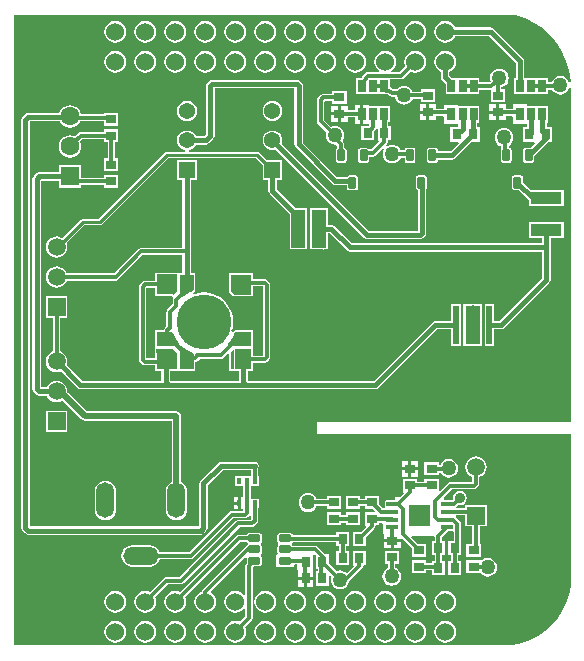
<source format=gtl>
G04*
G04 #@! TF.GenerationSoftware,Altium Limited,Altium Designer,21.9.1 (22)*
G04*
G04 Layer_Physical_Order=1*
G04 Layer_Color=255*
%FSLAX44Y44*%
%MOMM*%
G71*
G04*
G04 #@! TF.SameCoordinates,79196508-F500-4B14-A944-684D4DD7C553*
G04*
G04*
G04 #@! TF.FilePolarity,Positive*
G04*
G01*
G75*
%ADD10C,0.2500*%
%ADD22C,0.5000*%
%ADD25R,1.1500X3.2000*%
%ADD26R,0.9000X0.8000*%
G04:AMPARAMS|DCode=27|XSize=0.41mm|YSize=1.02mm|CornerRadius=0.1025mm|HoleSize=0mm|Usage=FLASHONLY|Rotation=90.000|XOffset=0mm|YOffset=0mm|HoleType=Round|Shape=RoundedRectangle|*
%AMROUNDEDRECTD27*
21,1,0.4100,0.8150,0,0,90.0*
21,1,0.2050,1.0200,0,0,90.0*
1,1,0.2050,0.4075,0.1025*
1,1,0.2050,0.4075,-0.1025*
1,1,0.2050,-0.4075,-0.1025*
1,1,0.2050,-0.4075,0.1025*
%
%ADD27ROUNDEDRECTD27*%
%ADD28R,0.4000X0.5000*%
%ADD29C,4.6400*%
%ADD30R,1.3000X3.3000*%
%ADD31R,0.5000X3.3000*%
%ADD32R,2.6000X1.1000*%
G04:AMPARAMS|DCode=33|XSize=0.6mm|YSize=1mm|CornerRadius=0.075mm|HoleSize=0mm|Usage=FLASHONLY|Rotation=180.000|XOffset=0mm|YOffset=0mm|HoleType=Round|Shape=RoundedRectangle|*
%AMROUNDEDRECTD33*
21,1,0.6000,0.8500,0,0,180.0*
21,1,0.4500,1.0000,0,0,180.0*
1,1,0.1500,-0.2250,0.4250*
1,1,0.1500,0.2250,0.4250*
1,1,0.1500,0.2250,-0.4250*
1,1,0.1500,-0.2250,-0.4250*
%
%ADD33ROUNDEDRECTD33*%
%ADD34R,0.6500X1.1000*%
%ADD35R,0.8000X0.9000*%
G04:AMPARAMS|DCode=36|XSize=0.6mm|YSize=1mm|CornerRadius=0.075mm|HoleSize=0mm|Usage=FLASHONLY|Rotation=90.000|XOffset=0mm|YOffset=0mm|HoleType=Round|Shape=RoundedRectangle|*
%AMROUNDEDRECTD36*
21,1,0.6000,0.8500,0,0,90.0*
21,1,0.4500,1.0000,0,0,90.0*
1,1,0.1500,0.4250,0.2250*
1,1,0.1500,0.4250,-0.2250*
1,1,0.1500,-0.4250,-0.2250*
1,1,0.1500,-0.4250,0.2250*
%
%ADD36ROUNDEDRECTD36*%
%ADD50C,1.3716*%
%ADD51R,1.3716X1.3716*%
%ADD60R,1.7400X1.4000*%
%ADD61R,1.2100X1.1600*%
%ADD62R,1.4400X1.7000*%
%ADD63R,1.1600X1.2100*%
%ADD64C,0.4000*%
%ADD65C,0.3000*%
%ADD66C,1.6000*%
%ADD67R,1.6000X1.6000*%
%ADD68R,1.5000X1.5000*%
%ADD69C,1.5000*%
%ADD70C,1.5240*%
%ADD71O,1.5000X3.0000*%
%ADD72O,3.0000X1.5000*%
%ADD73C,1.0000*%
%ADD74C,1.2700*%
%ADD75C,0.9000*%
G36*
X429816Y539887D02*
X429816Y539887D01*
X433166Y539033D01*
X439638Y536598D01*
X445804Y533466D01*
X451588Y529676D01*
X456921Y525274D01*
X461738Y520312D01*
X465981Y514851D01*
X469598Y508957D01*
X472546Y502701D01*
X474788Y496160D01*
X476298Y489411D01*
X476971Y483321D01*
X475728Y483002D01*
X475111Y484493D01*
X473853Y486133D01*
X472213Y487391D01*
X470303Y488182D01*
X468254Y488452D01*
X466205Y488182D01*
X464295Y487391D01*
X462655Y486133D01*
X461397Y484493D01*
X460750Y482930D01*
X457799D01*
Y486871D01*
X449569D01*
X448299Y486871D01*
Y486871D01*
X448299D01*
Y486871D01*
X437618D01*
Y501089D01*
X437346Y502455D01*
X436573Y503612D01*
X411820Y528365D01*
X410662Y529138D01*
X409296Y529410D01*
X379155D01*
X378728Y530441D01*
X377266Y532346D01*
X375361Y533808D01*
X373143Y534727D01*
X370762Y535040D01*
X368381Y534727D01*
X366162Y533808D01*
X364257Y532346D01*
X362795Y530441D01*
X361876Y528222D01*
X361563Y525841D01*
X361876Y523461D01*
X362795Y521242D01*
X364257Y519337D01*
X366162Y517875D01*
X368381Y516956D01*
X370762Y516643D01*
X373143Y516956D01*
X375361Y517875D01*
X377266Y519337D01*
X378728Y521242D01*
X379155Y522273D01*
X407818D01*
X430481Y499611D01*
Y486871D01*
X429299D01*
Y472871D01*
X447029D01*
X448299Y472871D01*
Y472871D01*
X448299D01*
Y472871D01*
X457799D01*
Y476812D01*
X461299D01*
X461397Y476575D01*
X462655Y474935D01*
X464295Y473677D01*
X466205Y472886D01*
X468254Y472616D01*
X470303Y472886D01*
X472213Y473677D01*
X473853Y474935D01*
X475111Y476575D01*
X475787Y478208D01*
X477057Y477955D01*
X477057Y195667D01*
X262004Y195667D01*
X262004Y185507D01*
X477057Y185507D01*
Y60220D01*
X477057Y60220D01*
X476852Y56500D01*
X475473Y49176D01*
X473151Y42094D01*
X469924Y35377D01*
X465847Y29137D01*
X460991Y23484D01*
X455439Y18513D01*
X449286Y14309D01*
X442636Y10943D01*
X435604Y8475D01*
X428310Y6946D01*
X420878Y6382D01*
X417158Y6587D01*
X78109Y6587D01*
X5601D01*
Y539887D01*
X429815D01*
X429816Y539887D01*
D02*
G37*
%LPC*%
G36*
X345362Y535040D02*
X342981Y534727D01*
X340762Y533808D01*
X338857Y532346D01*
X337395Y530441D01*
X336476Y528222D01*
X336163Y525841D01*
X336476Y523461D01*
X337395Y521242D01*
X338857Y519337D01*
X340762Y517875D01*
X342981Y516956D01*
X345362Y516643D01*
X347743Y516956D01*
X349961Y517875D01*
X351866Y519337D01*
X353328Y521242D01*
X354247Y523461D01*
X354560Y525841D01*
X354247Y528222D01*
X353328Y530441D01*
X351866Y532346D01*
X349961Y533808D01*
X347743Y534727D01*
X345362Y535040D01*
D02*
G37*
G36*
X319962D02*
X317581Y534727D01*
X315362Y533808D01*
X313457Y532346D01*
X311995Y530441D01*
X311076Y528222D01*
X310763Y525841D01*
X311076Y523461D01*
X311995Y521242D01*
X313457Y519337D01*
X315362Y517875D01*
X317581Y516956D01*
X319962Y516643D01*
X322342Y516956D01*
X324561Y517875D01*
X326466Y519337D01*
X327928Y521242D01*
X328847Y523461D01*
X329160Y525841D01*
X328847Y528222D01*
X327928Y530441D01*
X326466Y532346D01*
X324561Y533808D01*
X322342Y534727D01*
X319962Y535040D01*
D02*
G37*
G36*
X294562D02*
X292181Y534727D01*
X289962Y533808D01*
X288057Y532346D01*
X286595Y530441D01*
X285676Y528222D01*
X285363Y525841D01*
X285676Y523461D01*
X286595Y521242D01*
X288057Y519337D01*
X289962Y517875D01*
X292181Y516956D01*
X294562Y516643D01*
X296943Y516956D01*
X299161Y517875D01*
X301066Y519337D01*
X302528Y521242D01*
X303447Y523461D01*
X303760Y525841D01*
X303447Y528222D01*
X302528Y530441D01*
X301066Y532346D01*
X299161Y533808D01*
X296943Y534727D01*
X294562Y535040D01*
D02*
G37*
G36*
X269162D02*
X266781Y534727D01*
X264562Y533808D01*
X262657Y532346D01*
X261195Y530441D01*
X260276Y528222D01*
X259963Y525841D01*
X260276Y523461D01*
X261195Y521242D01*
X262657Y519337D01*
X264562Y517875D01*
X266781Y516956D01*
X269162Y516643D01*
X271542Y516956D01*
X273761Y517875D01*
X275666Y519337D01*
X277128Y521242D01*
X278047Y523461D01*
X278360Y525841D01*
X278047Y528222D01*
X277128Y530441D01*
X275666Y532346D01*
X273761Y533808D01*
X271542Y534727D01*
X269162Y535040D01*
D02*
G37*
G36*
X243762D02*
X241381Y534727D01*
X239162Y533808D01*
X237257Y532346D01*
X235795Y530441D01*
X234876Y528222D01*
X234563Y525841D01*
X234876Y523461D01*
X235795Y521242D01*
X237257Y519337D01*
X239162Y517875D01*
X241381Y516956D01*
X243762Y516643D01*
X246143Y516956D01*
X248361Y517875D01*
X250266Y519337D01*
X251728Y521242D01*
X252647Y523461D01*
X252960Y525841D01*
X252647Y528222D01*
X251728Y530441D01*
X250266Y532346D01*
X248361Y533808D01*
X246143Y534727D01*
X243762Y535040D01*
D02*
G37*
G36*
X218362D02*
X215981Y534727D01*
X213762Y533808D01*
X211857Y532346D01*
X210395Y530441D01*
X209476Y528222D01*
X209163Y525841D01*
X209476Y523461D01*
X210395Y521242D01*
X211857Y519337D01*
X213762Y517875D01*
X215981Y516956D01*
X218362Y516643D01*
X220742Y516956D01*
X222961Y517875D01*
X224866Y519337D01*
X226328Y521242D01*
X227247Y523461D01*
X227560Y525841D01*
X227247Y528222D01*
X226328Y530441D01*
X224866Y532346D01*
X222961Y533808D01*
X220742Y534727D01*
X218362Y535040D01*
D02*
G37*
G36*
X192962D02*
X190581Y534727D01*
X188362Y533808D01*
X186457Y532346D01*
X184995Y530441D01*
X184076Y528222D01*
X183763Y525841D01*
X184076Y523461D01*
X184995Y521242D01*
X186457Y519337D01*
X188362Y517875D01*
X190581Y516956D01*
X192962Y516643D01*
X195343Y516956D01*
X197561Y517875D01*
X199466Y519337D01*
X200928Y521242D01*
X201847Y523461D01*
X202160Y525841D01*
X201847Y528222D01*
X200928Y530441D01*
X199466Y532346D01*
X197561Y533808D01*
X195343Y534727D01*
X192962Y535040D01*
D02*
G37*
G36*
X167562D02*
X165181Y534727D01*
X162962Y533808D01*
X161057Y532346D01*
X159595Y530441D01*
X158676Y528222D01*
X158363Y525841D01*
X158676Y523461D01*
X159595Y521242D01*
X161057Y519337D01*
X162962Y517875D01*
X165181Y516956D01*
X167562Y516643D01*
X169942Y516956D01*
X172161Y517875D01*
X174066Y519337D01*
X175528Y521242D01*
X176447Y523461D01*
X176760Y525841D01*
X176447Y528222D01*
X175528Y530441D01*
X174066Y532346D01*
X172161Y533808D01*
X169942Y534727D01*
X167562Y535040D01*
D02*
G37*
G36*
X142162D02*
X139781Y534727D01*
X137562Y533808D01*
X135657Y532346D01*
X134195Y530441D01*
X133276Y528222D01*
X132963Y525841D01*
X133276Y523461D01*
X134195Y521242D01*
X135657Y519337D01*
X137562Y517875D01*
X139781Y516956D01*
X142162Y516643D01*
X144543Y516956D01*
X146761Y517875D01*
X148666Y519337D01*
X150128Y521242D01*
X151047Y523461D01*
X151360Y525841D01*
X151047Y528222D01*
X150128Y530441D01*
X148666Y532346D01*
X146761Y533808D01*
X144543Y534727D01*
X142162Y535040D01*
D02*
G37*
G36*
X116762D02*
X114381Y534727D01*
X112162Y533808D01*
X110257Y532346D01*
X108795Y530441D01*
X107876Y528222D01*
X107563Y525841D01*
X107876Y523461D01*
X108795Y521242D01*
X110257Y519337D01*
X112162Y517875D01*
X114381Y516956D01*
X116762Y516643D01*
X119143Y516956D01*
X121361Y517875D01*
X123266Y519337D01*
X124728Y521242D01*
X125647Y523461D01*
X125960Y525841D01*
X125647Y528222D01*
X124728Y530441D01*
X123266Y532346D01*
X121361Y533808D01*
X119143Y534727D01*
X116762Y535040D01*
D02*
G37*
G36*
X91362D02*
X88981Y534727D01*
X86762Y533808D01*
X84857Y532346D01*
X83395Y530441D01*
X82476Y528222D01*
X82163Y525841D01*
X82476Y523461D01*
X83395Y521242D01*
X84857Y519337D01*
X86762Y517875D01*
X88981Y516956D01*
X91362Y516643D01*
X93743Y516956D01*
X95961Y517875D01*
X97866Y519337D01*
X99328Y521242D01*
X100247Y523461D01*
X100560Y525841D01*
X100247Y528222D01*
X99328Y530441D01*
X97866Y532346D01*
X95961Y533808D01*
X93743Y534727D01*
X91362Y535040D01*
D02*
G37*
G36*
X345362Y509640D02*
X342981Y509327D01*
X340762Y508408D01*
X338857Y506946D01*
X337395Y505041D01*
X336476Y502822D01*
X336163Y500441D01*
X336476Y498061D01*
X337114Y496520D01*
X332200Y491606D01*
X325514D01*
X325083Y492876D01*
X326466Y493937D01*
X327928Y495842D01*
X328847Y498061D01*
X329160Y500441D01*
X328847Y502822D01*
X327928Y505041D01*
X326466Y506946D01*
X324561Y508408D01*
X322342Y509327D01*
X319962Y509640D01*
X317581Y509327D01*
X315362Y508408D01*
X313457Y506946D01*
X311995Y505041D01*
X311076Y502822D01*
X310763Y500441D01*
X311076Y498061D01*
X311995Y495842D01*
X313457Y493937D01*
X314840Y492876D01*
X314409Y491606D01*
X305201D01*
X304563Y491479D01*
X304031Y491373D01*
X304031Y491373D01*
X304031Y491373D01*
X303494Y491015D01*
X303039Y490710D01*
X301281Y488953D01*
X301281Y488953D01*
X301281Y488953D01*
X300900Y488383D01*
X300618Y487961D01*
X300618Y487961D01*
X300618Y487960D01*
X300509Y487416D01*
X300436Y487047D01*
X295444D01*
Y473047D01*
X303674D01*
X304944Y473047D01*
Y473047D01*
X304944D01*
Y473047D01*
X320648D01*
X320944Y472988D01*
X321927D01*
X323120Y471795D01*
X323120Y471795D01*
X324112Y471132D01*
X325283Y470899D01*
X328124D01*
X328235Y470052D01*
X329026Y468143D01*
X330284Y466503D01*
X331924Y465245D01*
X333834Y464454D01*
X335883Y464184D01*
X337932Y464454D01*
X339842Y465245D01*
X341482Y466503D01*
X342740Y468143D01*
X343113Y469043D01*
X350026D01*
Y466170D01*
X362026D01*
Y477170D01*
X350026D01*
Y475160D01*
X343113D01*
X342740Y476060D01*
X341482Y477700D01*
X339842Y478959D01*
X337932Y479749D01*
X335883Y480019D01*
X333834Y479749D01*
X331924Y478959D01*
X330284Y477700D01*
X329760Y477017D01*
X326550D01*
X325356Y478210D01*
X324364Y478873D01*
X323944Y478957D01*
Y485488D01*
X333467D01*
X333467Y485488D01*
X334638Y485721D01*
X335630Y486384D01*
X341440Y492194D01*
X342981Y491556D01*
X345362Y491243D01*
X347743Y491556D01*
X349961Y492475D01*
X351866Y493937D01*
X353328Y495842D01*
X354247Y498061D01*
X354560Y500441D01*
X354247Y502822D01*
X353328Y505041D01*
X351866Y506946D01*
X349961Y508408D01*
X347743Y509327D01*
X345362Y509640D01*
D02*
G37*
G36*
X294562D02*
X292181Y509327D01*
X289962Y508408D01*
X288057Y506946D01*
X286595Y505041D01*
X285676Y502822D01*
X285363Y500441D01*
X285676Y498061D01*
X286595Y495842D01*
X288057Y493937D01*
X289962Y492475D01*
X292181Y491556D01*
X294562Y491243D01*
X296943Y491556D01*
X299161Y492475D01*
X301066Y493937D01*
X302528Y495842D01*
X303447Y498061D01*
X303760Y500441D01*
X303447Y502822D01*
X302528Y505041D01*
X301066Y506946D01*
X299161Y508408D01*
X296943Y509327D01*
X294562Y509640D01*
D02*
G37*
G36*
X269162D02*
X266781Y509327D01*
X264562Y508408D01*
X262657Y506946D01*
X261195Y505041D01*
X260276Y502822D01*
X259963Y500441D01*
X260276Y498061D01*
X261195Y495842D01*
X262657Y493937D01*
X264562Y492475D01*
X266781Y491556D01*
X269162Y491243D01*
X271542Y491556D01*
X273761Y492475D01*
X275666Y493937D01*
X277128Y495842D01*
X278047Y498061D01*
X278360Y500441D01*
X278047Y502822D01*
X277128Y505041D01*
X275666Y506946D01*
X273761Y508408D01*
X271542Y509327D01*
X269162Y509640D01*
D02*
G37*
G36*
X243762D02*
X241381Y509327D01*
X239162Y508408D01*
X237257Y506946D01*
X235795Y505041D01*
X234876Y502822D01*
X234563Y500441D01*
X234876Y498061D01*
X235795Y495842D01*
X237257Y493937D01*
X239162Y492475D01*
X241381Y491556D01*
X243762Y491243D01*
X246143Y491556D01*
X248361Y492475D01*
X250266Y493937D01*
X251728Y495842D01*
X252647Y498061D01*
X252960Y500441D01*
X252647Y502822D01*
X251728Y505041D01*
X250266Y506946D01*
X248361Y508408D01*
X246143Y509327D01*
X243762Y509640D01*
D02*
G37*
G36*
X218362D02*
X215981Y509327D01*
X213762Y508408D01*
X211857Y506946D01*
X210395Y505041D01*
X209476Y502822D01*
X209163Y500441D01*
X209476Y498061D01*
X210395Y495842D01*
X211857Y493937D01*
X213762Y492475D01*
X215981Y491556D01*
X218362Y491243D01*
X220742Y491556D01*
X222961Y492475D01*
X224866Y493937D01*
X226328Y495842D01*
X227247Y498061D01*
X227560Y500441D01*
X227247Y502822D01*
X226328Y505041D01*
X224866Y506946D01*
X222961Y508408D01*
X220742Y509327D01*
X218362Y509640D01*
D02*
G37*
G36*
X192962D02*
X190581Y509327D01*
X188362Y508408D01*
X186457Y506946D01*
X184995Y505041D01*
X184076Y502822D01*
X183763Y500441D01*
X184076Y498061D01*
X184995Y495842D01*
X186457Y493937D01*
X188362Y492475D01*
X190581Y491556D01*
X192962Y491243D01*
X195343Y491556D01*
X197561Y492475D01*
X199466Y493937D01*
X200928Y495842D01*
X201847Y498061D01*
X202160Y500441D01*
X201847Y502822D01*
X200928Y505041D01*
X199466Y506946D01*
X197561Y508408D01*
X195343Y509327D01*
X192962Y509640D01*
D02*
G37*
G36*
X167562D02*
X165181Y509327D01*
X162962Y508408D01*
X161057Y506946D01*
X159595Y505041D01*
X158676Y502822D01*
X158363Y500441D01*
X158676Y498061D01*
X159595Y495842D01*
X161057Y493937D01*
X162962Y492475D01*
X165181Y491556D01*
X167562Y491243D01*
X169942Y491556D01*
X172161Y492475D01*
X174066Y493937D01*
X175528Y495842D01*
X176447Y498061D01*
X176760Y500441D01*
X176447Y502822D01*
X175528Y505041D01*
X174066Y506946D01*
X172161Y508408D01*
X169942Y509327D01*
X167562Y509640D01*
D02*
G37*
G36*
X142162D02*
X139781Y509327D01*
X137562Y508408D01*
X135657Y506946D01*
X134195Y505041D01*
X133276Y502822D01*
X132963Y500441D01*
X133276Y498061D01*
X134195Y495842D01*
X135657Y493937D01*
X137562Y492475D01*
X139781Y491556D01*
X142162Y491243D01*
X144543Y491556D01*
X146761Y492475D01*
X148666Y493937D01*
X150128Y495842D01*
X151047Y498061D01*
X151360Y500441D01*
X151047Y502822D01*
X150128Y505041D01*
X148666Y506946D01*
X146761Y508408D01*
X144543Y509327D01*
X142162Y509640D01*
D02*
G37*
G36*
X116762D02*
X114381Y509327D01*
X112162Y508408D01*
X110257Y506946D01*
X108795Y505041D01*
X107876Y502822D01*
X107563Y500441D01*
X107876Y498061D01*
X108795Y495842D01*
X110257Y493937D01*
X112162Y492475D01*
X114381Y491556D01*
X116762Y491243D01*
X119143Y491556D01*
X121361Y492475D01*
X123266Y493937D01*
X124728Y495842D01*
X125647Y498061D01*
X125960Y500441D01*
X125647Y502822D01*
X124728Y505041D01*
X123266Y506946D01*
X121361Y508408D01*
X119143Y509327D01*
X116762Y509640D01*
D02*
G37*
G36*
X91362D02*
X88981Y509327D01*
X86762Y508408D01*
X84857Y506946D01*
X83395Y505041D01*
X82476Y502822D01*
X82163Y500441D01*
X82476Y498061D01*
X83395Y495842D01*
X84857Y493937D01*
X86762Y492475D01*
X88981Y491556D01*
X91362Y491243D01*
X93743Y491556D01*
X95961Y492475D01*
X97866Y493937D01*
X99328Y495842D01*
X100247Y498061D01*
X100560Y500441D01*
X100247Y502822D01*
X99328Y505041D01*
X97866Y506946D01*
X95961Y508408D01*
X93743Y509327D01*
X91362Y509640D01*
D02*
G37*
G36*
X370762D02*
X368381Y509327D01*
X366162Y508408D01*
X364257Y506946D01*
X362795Y505041D01*
X361876Y502822D01*
X361563Y500441D01*
X361876Y498061D01*
X362795Y495842D01*
X364257Y493937D01*
X366162Y492475D01*
X367193Y492048D01*
Y487262D01*
X367465Y485896D01*
X368238Y484739D01*
X371153Y481824D01*
Y472871D01*
X379383D01*
X380653Y472871D01*
X381923Y472871D01*
X399652D01*
Y476812D01*
X409099D01*
Y466170D01*
X421099D01*
Y477170D01*
X418158D01*
Y478890D01*
X418727Y478965D01*
X420637Y479756D01*
X422277Y481014D01*
X423535Y482654D01*
X424326Y484564D01*
X424596Y486613D01*
X424326Y488662D01*
X423535Y490572D01*
X422277Y492212D01*
X420637Y493470D01*
X418727Y494261D01*
X416678Y494531D01*
X414629Y494261D01*
X412719Y493470D01*
X411080Y492212D01*
X409821Y490572D01*
X409030Y488662D01*
X408760Y486613D01*
X409030Y484564D01*
X409287Y483944D01*
X408478Y482930D01*
X399652D01*
Y486871D01*
X381923D01*
X380653Y486871D01*
X379383Y486871D01*
X376199D01*
X374330Y488740D01*
Y492048D01*
X375361Y492475D01*
X377266Y493937D01*
X378728Y495842D01*
X379647Y498061D01*
X379960Y500441D01*
X379647Y502822D01*
X378728Y505041D01*
X377266Y506946D01*
X375361Y508408D01*
X373143Y509327D01*
X370762Y509640D01*
D02*
G37*
G36*
X287211Y475766D02*
X275211D01*
Y473324D01*
X267681D01*
X266510Y473092D01*
X265518Y472429D01*
X265518Y472429D01*
X263241Y470151D01*
X262578Y469159D01*
X262345Y467988D01*
X262345Y467988D01*
Y450038D01*
X262345Y450038D01*
X262578Y448867D01*
X263241Y447875D01*
X270111Y441005D01*
X269738Y440105D01*
X269468Y438055D01*
X269738Y436006D01*
X270529Y434096D01*
X271787Y432457D01*
X273427Y431199D01*
X275336Y430407D01*
X277386Y430138D01*
X278240Y430250D01*
X279203Y429288D01*
Y427197D01*
X278800Y426927D01*
X278302Y426183D01*
X278128Y425305D01*
Y416805D01*
X278302Y415927D01*
X278800Y415183D01*
X279544Y414686D01*
X280422Y414511D01*
X284922D01*
X285800Y414686D01*
X286544Y415183D01*
X287041Y415927D01*
X287216Y416805D01*
Y425305D01*
X287041Y426183D01*
X286544Y426927D01*
X285800Y427425D01*
X285320Y427520D01*
Y430555D01*
X285087Y431725D01*
X284424Y432718D01*
X284102Y433914D01*
X284243Y434096D01*
X285034Y436006D01*
X285303Y438055D01*
X285034Y440105D01*
X284243Y442014D01*
X282984Y443654D01*
X281345Y444912D01*
X279435Y445703D01*
X277386Y445973D01*
X275336Y445703D01*
X274436Y445331D01*
X268462Y451305D01*
Y466721D01*
X268948Y467207D01*
X275211D01*
Y464766D01*
X287211D01*
Y475766D01*
D02*
G37*
G36*
X427986Y464598D02*
Y460729D01*
X422139D01*
Y464210D01*
X416369D01*
Y457670D01*
Y451130D01*
X422139D01*
Y454611D01*
X427088D01*
X427986Y453713D01*
X427986Y447869D01*
X428259Y447831D01*
X429240Y447831D01*
X439839D01*
X439980Y446619D01*
Y444823D01*
X436576D01*
Y432823D01*
X446168D01*
X446694Y431553D01*
X442837Y427697D01*
X439090D01*
X438212Y427522D01*
X437468Y427025D01*
X436971Y426281D01*
X436796Y425403D01*
Y416903D01*
X436971Y416025D01*
X437468Y415281D01*
X438212Y414783D01*
X439090Y414609D01*
X443590D01*
X444468Y414783D01*
X445212Y415281D01*
X445710Y416025D01*
X445884Y416903D01*
Y420650D01*
X458057Y432823D01*
X461576D01*
Y444823D01*
X456618D01*
Y448871D01*
X457799D01*
Y462871D01*
X449569D01*
X448299Y462871D01*
X447029Y462871D01*
X440320D01*
Y464598D01*
X427986Y464598D01*
D02*
G37*
G36*
X298924Y464087D02*
X294404D01*
Y459324D01*
X288251D01*
Y462805D01*
X282481D01*
Y456265D01*
Y449725D01*
X288251D01*
Y453206D01*
X294404D01*
Y448007D01*
X298924D01*
Y456047D01*
Y464087D01*
D02*
G37*
G36*
X354756Y464210D02*
X348986D01*
Y458940D01*
X354756D01*
Y464210D01*
D02*
G37*
G36*
X413829D02*
X408059D01*
Y458940D01*
X413829D01*
Y464210D01*
D02*
G37*
G36*
X279941Y462805D02*
X274171D01*
Y457535D01*
X279941D01*
Y462805D01*
D02*
G37*
G36*
X413829Y456400D02*
X408059D01*
Y451130D01*
X413829D01*
Y456400D01*
D02*
G37*
G36*
X354756D02*
X348986D01*
Y451130D01*
X354756D01*
Y456400D01*
D02*
G37*
G36*
X224514Y467193D02*
X222332Y466906D01*
X220299Y466064D01*
X218553Y464724D01*
X217213Y462978D01*
X216371Y460945D01*
X216084Y458763D01*
X216371Y456581D01*
X217213Y454548D01*
X218553Y452802D01*
X220299Y451462D01*
X222332Y450620D01*
X224514Y450333D01*
X226696Y450620D01*
X228729Y451462D01*
X230475Y452802D01*
X231815Y454548D01*
X232657Y456581D01*
X232944Y458763D01*
X232657Y460945D01*
X231815Y462978D01*
X230475Y464724D01*
X228729Y466064D01*
X226696Y466906D01*
X224514Y467193D01*
D02*
G37*
G36*
X152127D02*
X149945Y466906D01*
X147912Y466064D01*
X146166Y464724D01*
X144826Y462978D01*
X143984Y460945D01*
X143697Y458763D01*
X143984Y456581D01*
X144826Y454548D01*
X146166Y452802D01*
X147912Y451462D01*
X149945Y450620D01*
X152127Y450333D01*
X154309Y450620D01*
X156342Y451462D01*
X158088Y452802D01*
X159428Y454548D01*
X160270Y456581D01*
X160557Y458763D01*
X160270Y460945D01*
X159428Y462978D01*
X158088Y464724D01*
X156342Y466064D01*
X154309Y466906D01*
X152127Y467193D01*
D02*
G37*
G36*
X279941Y454995D02*
X274171D01*
Y449725D01*
X279941D01*
Y454995D01*
D02*
G37*
G36*
X53135Y463675D02*
X50655Y463349D01*
X48344Y462392D01*
X46360Y460869D01*
X44837Y458885D01*
X44180Y457299D01*
X17710D01*
X16344Y457027D01*
X15187Y456254D01*
X12843Y453911D01*
X12070Y452753D01*
X11798Y451387D01*
Y105860D01*
X12070Y104494D01*
X12843Y103336D01*
X15187Y100993D01*
X16344Y100220D01*
X17710Y99948D01*
X163752D01*
X165118Y100220D01*
X166276Y100993D01*
X168619Y103336D01*
X169392Y104494D01*
X169664Y105860D01*
Y141949D01*
X182376Y154661D01*
X206427D01*
Y149493D01*
X192985D01*
Y141493D01*
X199927D01*
Y131532D01*
X197755D01*
Y126492D01*
Y121453D01*
X199927D01*
Y120059D01*
X190171D01*
X189000Y119826D01*
X188008Y119163D01*
X188008Y119163D01*
X153947Y85102D01*
X129098D01*
X128485Y86582D01*
X127043Y88462D01*
X125163Y89905D01*
X122973Y90812D01*
X120624Y91121D01*
X105624D01*
X103274Y90812D01*
X101085Y89905D01*
X99205Y88462D01*
X97762Y86582D01*
X96856Y84393D01*
X96546Y82043D01*
X96856Y79694D01*
X97762Y77505D01*
X99205Y75625D01*
X101085Y74182D01*
X103274Y73275D01*
X105624Y72966D01*
X120624D01*
X122973Y73275D01*
X125163Y74182D01*
X127043Y75625D01*
X128485Y77505D01*
X129098Y78985D01*
X155214D01*
X155214Y78985D01*
X156385Y79218D01*
X157377Y79880D01*
X191438Y113941D01*
X201228D01*
X201228Y113941D01*
X202399Y114174D01*
X203391Y114837D01*
X205148Y116594D01*
X205148Y116594D01*
X205156Y116607D01*
X206427Y116221D01*
Y113078D01*
X205947Y112598D01*
X195602D01*
X194432Y112365D01*
X193439Y111702D01*
X193439Y111702D01*
X145774Y64037D01*
X134499D01*
X133328Y63804D01*
X132336Y63141D01*
X132336Y63141D01*
X120683Y51488D01*
X119143Y52127D01*
X116762Y52440D01*
X114381Y52127D01*
X112162Y51208D01*
X110257Y49746D01*
X108795Y47841D01*
X107876Y45622D01*
X107563Y43241D01*
X107876Y40861D01*
X108795Y38642D01*
X110257Y36737D01*
X112162Y35275D01*
X114381Y34356D01*
X116762Y34043D01*
X119143Y34356D01*
X121361Y35275D01*
X123266Y36737D01*
X124728Y38642D01*
X125647Y40861D01*
X125960Y43241D01*
X125647Y45622D01*
X125009Y47163D01*
X135766Y57920D01*
X147041D01*
X147041Y57920D01*
X148212Y58153D01*
X149204Y58816D01*
X196869Y106481D01*
X207214D01*
X207214Y106481D01*
X208384Y106713D01*
X209377Y107376D01*
X211648Y109648D01*
X211648Y109648D01*
X212311Y110640D01*
X212544Y111811D01*
X212544Y111811D01*
Y122493D01*
X212985D01*
Y130492D01*
X206044D01*
Y141493D01*
X212985D01*
Y149493D01*
X212544D01*
Y156687D01*
X212662Y156864D01*
X212934Y158229D01*
X212662Y159595D01*
X211888Y160753D01*
X210730Y161526D01*
X209365Y161798D01*
X180898D01*
X179532Y161526D01*
X178374Y160753D01*
X163572Y145950D01*
X162798Y144792D01*
X162527Y143427D01*
Y107338D01*
X162274Y107085D01*
X19188D01*
X18935Y107338D01*
Y449909D01*
X19188Y450162D01*
X44481D01*
X44837Y449302D01*
X46360Y447318D01*
X48344Y445795D01*
X50655Y444838D01*
X53135Y444511D01*
X55615Y444838D01*
X57926Y445795D01*
X59911Y447318D01*
X61433Y449302D01*
X61693Y449930D01*
X81519D01*
Y446384D01*
X93519D01*
Y457384D01*
X81519D01*
Y456047D01*
X62460D01*
X62391Y456573D01*
X61433Y458885D01*
X59911Y460869D01*
X57926Y462392D01*
X55615Y463349D01*
X53135Y463675D01*
D02*
G37*
G36*
X93519Y443383D02*
X81519D01*
Y440942D01*
X62325D01*
X62325Y440942D01*
X61155Y440709D01*
X60162Y440046D01*
X60162Y440046D01*
X57347Y437231D01*
X55615Y437949D01*
X53135Y438275D01*
X50655Y437949D01*
X48344Y436992D01*
X46360Y435469D01*
X44837Y433484D01*
X43880Y431174D01*
X43553Y428694D01*
X43880Y426213D01*
X44837Y423903D01*
X46360Y421918D01*
X48344Y420395D01*
X50655Y419438D01*
X53135Y419112D01*
X55615Y419438D01*
X57926Y420395D01*
X59911Y421918D01*
X61433Y423903D01*
X62391Y426213D01*
X62717Y428694D01*
X62391Y431174D01*
X61673Y432906D01*
X63592Y434825D01*
X81519D01*
Y432383D01*
X84997D01*
Y418781D01*
X82056D01*
Y407781D01*
X94056D01*
Y418781D01*
X91114D01*
Y432383D01*
X93519D01*
Y443383D01*
D02*
G37*
G36*
X305984Y464087D02*
X301464D01*
Y456047D01*
Y448007D01*
X305895D01*
X306562Y446977D01*
X306094Y445955D01*
X299529D01*
Y433955D01*
X310529D01*
Y441630D01*
X311857Y442958D01*
X311857Y442958D01*
X312259Y443560D01*
X313529Y443174D01*
Y433955D01*
X314188D01*
X314714Y432685D01*
X308226Y426198D01*
X306031D01*
X305544Y426927D01*
X304799Y427425D01*
X303922Y427599D01*
X299422D01*
X298544Y427425D01*
X297799Y426927D01*
X297302Y426183D01*
X297128Y425305D01*
Y416805D01*
X297302Y415927D01*
X297799Y415183D01*
X298544Y414686D01*
X299422Y414511D01*
X303922D01*
X304799Y414686D01*
X305544Y415183D01*
X306041Y415927D01*
X306216Y416805D01*
Y420080D01*
X309493D01*
X309493Y420080D01*
X310664Y420313D01*
X311656Y420976D01*
X318212Y427532D01*
X319169Y426693D01*
X318829Y426250D01*
X318038Y424340D01*
X317768Y422291D01*
X318038Y420241D01*
X318829Y418332D01*
X320087Y416692D01*
X321727Y415434D01*
X323637Y414643D01*
X325686Y414373D01*
X327735Y414643D01*
X329645Y415434D01*
X331284Y416692D01*
X332543Y418332D01*
X332916Y419232D01*
X336442D01*
Y416903D01*
X336616Y416025D01*
X337114Y415281D01*
X337858Y414783D01*
X338736Y414609D01*
X343236D01*
X344114Y414783D01*
X344858Y415281D01*
X345355Y416025D01*
X345530Y416903D01*
Y425403D01*
X345355Y426281D01*
X344858Y427025D01*
X344114Y427522D01*
X343236Y427697D01*
X338736D01*
X337858Y427522D01*
X337114Y427025D01*
X336616Y426281D01*
X336442Y425403D01*
Y425349D01*
X332916D01*
X332543Y426250D01*
X331284Y427889D01*
X329645Y429148D01*
X327735Y429939D01*
X325686Y430208D01*
X323637Y429939D01*
X321727Y429148D01*
X321283Y428807D01*
X320444Y429764D01*
X321192Y430512D01*
X321855Y431504D01*
X322088Y432675D01*
Y433955D01*
X324529D01*
Y445955D01*
X322545D01*
Y449047D01*
X323944D01*
Y463047D01*
X305984D01*
Y464087D01*
D02*
G37*
G36*
X363066Y464210D02*
X357296D01*
Y457670D01*
Y451130D01*
X363066D01*
Y454611D01*
X369214D01*
X370112Y453713D01*
X370112Y447831D01*
X370113Y447831D01*
X371382Y447831D01*
X381693D01*
X381834Y446620D01*
Y445237D01*
X381421Y444823D01*
X374967D01*
Y432823D01*
X381761D01*
X382247Y431650D01*
X375319Y424721D01*
X364529D01*
Y425403D01*
X364355Y426281D01*
X363858Y427025D01*
X363113Y427522D01*
X362235Y427697D01*
X357735D01*
X356858Y427522D01*
X356113Y427025D01*
X355616Y426281D01*
X355441Y425403D01*
Y416903D01*
X355616Y416025D01*
X356113Y415281D01*
X356858Y414783D01*
X357735Y414609D01*
X362235D01*
X363113Y414783D01*
X363858Y415281D01*
X364355Y416025D01*
X364529Y416903D01*
Y417584D01*
X376797D01*
X378162Y417856D01*
X379320Y418629D01*
X393514Y432823D01*
X399967D01*
Y444823D01*
X398036D01*
Y448871D01*
X399652D01*
Y462871D01*
X382375D01*
X381693Y463911D01*
X381665Y463911D01*
X381665Y463911D01*
X380423Y463911D01*
X370112Y463911D01*
Y460729D01*
X363066D01*
Y464210D01*
D02*
G37*
G36*
X420537Y444216D02*
X418488Y443946D01*
X416579Y443155D01*
X414939Y441896D01*
X413681Y440257D01*
X412890Y438347D01*
X412620Y436298D01*
X412890Y434249D01*
X413681Y432339D01*
X414939Y430699D01*
X416579Y429441D01*
X418380Y428695D01*
Y426893D01*
X417971Y426281D01*
X417796Y425403D01*
Y416903D01*
X417971Y416025D01*
X418468Y415281D01*
X419212Y414783D01*
X420090Y414609D01*
X424590D01*
X425468Y414783D01*
X426212Y415281D01*
X426709Y416025D01*
X426884Y416903D01*
Y425403D01*
X426709Y426281D01*
X426212Y427025D01*
X425468Y427522D01*
X424590Y427697D01*
X424497D01*
Y429442D01*
X426136Y430699D01*
X427394Y432339D01*
X428186Y434249D01*
X428455Y436298D01*
X428186Y438347D01*
X427394Y440257D01*
X426136Y441896D01*
X424496Y443155D01*
X422587Y443946D01*
X420537Y444216D01*
D02*
G37*
G36*
X62635Y412794D02*
X43635D01*
Y406862D01*
X26606D01*
X25240Y406590D01*
X24082Y405817D01*
X22325Y404059D01*
X21551Y402902D01*
X21279Y401536D01*
Y223002D01*
X21551Y221637D01*
X22325Y220479D01*
X24082Y218722D01*
X25240Y217948D01*
X26606Y217676D01*
X33522D01*
X33924Y216706D01*
X35366Y214826D01*
X37246Y213384D01*
X39436Y212477D01*
X41785Y212167D01*
X44135Y212477D01*
X46324Y213384D01*
X46631Y213619D01*
X62630Y197620D01*
X62630Y197620D01*
X63953Y196736D01*
X65514Y196426D01*
X139045D01*
Y144596D01*
X138585Y144405D01*
X136705Y142962D01*
X135262Y141082D01*
X134355Y138893D01*
X134046Y136544D01*
Y121544D01*
X134355Y119194D01*
X135262Y117005D01*
X136705Y115125D01*
X138585Y113682D01*
X140774Y112775D01*
X143124Y112466D01*
X145473Y112775D01*
X147663Y113682D01*
X149543Y115125D01*
X150985Y117005D01*
X151892Y119194D01*
X152201Y121544D01*
Y136544D01*
X151892Y138893D01*
X150985Y141082D01*
X149543Y142962D01*
X147663Y144405D01*
X147202Y144596D01*
Y200504D01*
X146892Y202065D01*
X146008Y203388D01*
X144684Y204272D01*
X143124Y204583D01*
X67203D01*
X51769Y220016D01*
X50921Y220583D01*
X50793Y220711D01*
X50863Y221245D01*
X50553Y223594D01*
X49647Y225784D01*
X48204Y227664D01*
X46324Y229106D01*
X44135Y230013D01*
X41785Y230323D01*
X39436Y230013D01*
X37246Y229106D01*
X35366Y227664D01*
X33924Y225784D01*
X33522Y224813D01*
X28417D01*
Y399725D01*
X43635D01*
Y393793D01*
X62635D01*
Y396222D01*
X82056D01*
Y393781D01*
X94056D01*
Y404781D01*
X82056D01*
Y402339D01*
X62635D01*
Y412794D01*
D02*
G37*
G36*
X244958Y485101D02*
X173696D01*
X172331Y484829D01*
X171173Y484055D01*
X170469Y483002D01*
X169415Y482298D01*
X168642Y481140D01*
X168370Y479775D01*
Y439254D01*
X166448Y437332D01*
X159696D01*
X159428Y437978D01*
X158088Y439724D01*
X156342Y441064D01*
X154309Y441906D01*
X152127Y442193D01*
X149945Y441906D01*
X147912Y441064D01*
X146166Y439724D01*
X144826Y437978D01*
X143984Y435945D01*
X143697Y433763D01*
X143984Y431581D01*
X144826Y429548D01*
X146166Y427802D01*
X147912Y426463D01*
X149945Y425620D01*
X150540Y425542D01*
X150457Y424272D01*
X134962D01*
X133889Y424059D01*
X132980Y423451D01*
X77081Y367552D01*
X64064D01*
X62991Y367338D01*
X62081Y366731D01*
X46626Y351275D01*
X46324Y351507D01*
X44135Y352414D01*
X41785Y352724D01*
X39436Y352414D01*
X37246Y351507D01*
X35366Y350065D01*
X33924Y348185D01*
X33017Y345995D01*
X32708Y343646D01*
X33017Y341297D01*
X33924Y339107D01*
X35366Y337227D01*
X37246Y335784D01*
X39436Y334878D01*
X41785Y334568D01*
X44135Y334878D01*
X46324Y335784D01*
X48204Y337227D01*
X49647Y339107D01*
X50553Y341297D01*
X50863Y343646D01*
X50553Y345995D01*
X50180Y346898D01*
X65226Y361944D01*
X78242D01*
X79315Y362158D01*
X80225Y362765D01*
X136124Y418664D01*
X210648D01*
X216156Y413156D01*
Y400405D01*
X220945D01*
Y391157D01*
X221217Y389791D01*
X221991Y388633D01*
X239198Y371426D01*
Y341473D01*
X253698D01*
Y376473D01*
X244245D01*
X228083Y392635D01*
Y400405D01*
X232872D01*
Y417121D01*
X220121D01*
X213792Y423451D01*
X212882Y424059D01*
X211809Y424272D01*
X153797D01*
X153714Y425542D01*
X154309Y425620D01*
X156342Y426463D01*
X158088Y427802D01*
X159428Y429548D01*
X159696Y430195D01*
X167926D01*
X169292Y430466D01*
X170450Y431240D01*
X174462Y435253D01*
X175236Y436410D01*
X175508Y437776D01*
Y477963D01*
X243147D01*
Y430443D01*
X243419Y429077D01*
X244192Y427920D01*
X275042Y397070D01*
X276200Y396296D01*
X277565Y396025D01*
X287628D01*
Y393806D01*
X287803Y392928D01*
X288300Y392183D01*
X289044Y391686D01*
X289922Y391511D01*
X294422D01*
X295300Y391686D01*
X296044Y392183D01*
X296542Y392928D01*
X296716Y393806D01*
Y402305D01*
X296542Y403183D01*
X296044Y403928D01*
X295300Y404425D01*
X294422Y404599D01*
X289922D01*
X289044Y404425D01*
X288300Y403928D01*
X287803Y403183D01*
X287798Y403162D01*
X279044D01*
X250284Y431921D01*
Y479775D01*
X250012Y481140D01*
X249239Y482298D01*
X248186Y483002D01*
X247482Y484055D01*
X246324Y484829D01*
X244958Y485101D01*
D02*
G37*
G36*
X434090Y404697D02*
X429590D01*
X428712Y404523D01*
X427968Y404025D01*
X427471Y403281D01*
X427296Y402403D01*
Y393903D01*
X427471Y393025D01*
X427968Y392281D01*
X428712Y391784D01*
X429590Y391609D01*
X433337D01*
X441948Y382999D01*
Y378057D01*
X470947D01*
Y392057D01*
X442983D01*
X436384Y398656D01*
Y402403D01*
X436209Y403281D01*
X435712Y404025D01*
X434968Y404523D01*
X434090Y404697D01*
D02*
G37*
G36*
X224514Y442193D02*
X222332Y441906D01*
X220299Y441064D01*
X218553Y439724D01*
X217213Y437978D01*
X216371Y435945D01*
X216084Y433763D01*
X216371Y431581D01*
X217213Y429548D01*
X218553Y427802D01*
X220299Y426463D01*
X222332Y425620D01*
X224514Y425333D01*
X226696Y425620D01*
X227342Y425888D01*
X302155Y351076D01*
X303312Y350302D01*
X304678Y350030D01*
X349212D01*
X350578Y350302D01*
X351736Y351076D01*
X352440Y352129D01*
X353493Y352833D01*
X354267Y353991D01*
X354539Y355357D01*
Y392551D01*
X354855Y393025D01*
X355030Y393903D01*
Y402403D01*
X354855Y403281D01*
X354358Y404025D01*
X353614Y404523D01*
X352736Y404697D01*
X348236D01*
X347358Y404523D01*
X346614Y404025D01*
X346116Y403281D01*
X345942Y402403D01*
Y393903D01*
X346116Y393025D01*
X346614Y392281D01*
X347358Y391784D01*
X347401Y391775D01*
Y357168D01*
X306156D01*
X232389Y430935D01*
X232657Y431581D01*
X232944Y433763D01*
X232657Y435945D01*
X231815Y437978D01*
X230475Y439724D01*
X228729Y441064D01*
X226696Y441906D01*
X224514Y442193D01*
D02*
G37*
G36*
X160485Y417121D02*
X143769D01*
Y400405D01*
X148319D01*
Y364227D01*
Y342881D01*
X113341D01*
X113341Y342881D01*
X112170Y342648D01*
X111178Y341985D01*
X90498Y321305D01*
X50260D01*
X49647Y322785D01*
X48204Y324665D01*
X46324Y326107D01*
X44135Y327014D01*
X41785Y327324D01*
X39436Y327014D01*
X37246Y326107D01*
X35366Y324665D01*
X33924Y322785D01*
X33017Y320595D01*
X32708Y318246D01*
X33017Y315896D01*
X33924Y313707D01*
X35366Y311827D01*
X37246Y310385D01*
X39436Y309478D01*
X41785Y309168D01*
X44135Y309478D01*
X46324Y310385D01*
X48204Y311827D01*
X49647Y313707D01*
X50260Y315187D01*
X91764D01*
X91764Y315187D01*
X92935Y315420D01*
X93927Y316083D01*
X114607Y336763D01*
X148319D01*
Y321830D01*
X144588D01*
Y321830D01*
X144357Y321676D01*
X143688Y321953D01*
X140688D01*
X140390Y321830D01*
X124788D01*
Y314888D01*
X116312D01*
X116311Y314888D01*
X115141Y314655D01*
X114149Y313993D01*
X114148Y313992D01*
X112391Y312235D01*
X111728Y311243D01*
X111495Y310072D01*
X111495Y310072D01*
Y248158D01*
X111495Y248158D01*
X111728Y246987D01*
X112391Y245995D01*
X114148Y244237D01*
X114149Y244237D01*
X115141Y243574D01*
X116311Y243341D01*
X116312Y243341D01*
X124788D01*
Y238630D01*
X130489D01*
Y230061D01*
X63416D01*
X50152Y243325D01*
X50553Y244296D01*
X50863Y246645D01*
X50553Y248994D01*
X49647Y251184D01*
X48204Y253064D01*
X46324Y254506D01*
X44844Y255119D01*
Y283846D01*
X50785D01*
Y301846D01*
X32785D01*
Y283846D01*
X38726D01*
Y255119D01*
X37246Y254506D01*
X35366Y253064D01*
X33924Y251184D01*
X33017Y248994D01*
X32708Y246645D01*
X33017Y244296D01*
X33924Y242106D01*
X35366Y240226D01*
X37246Y238783D01*
X39436Y237877D01*
X41785Y237567D01*
X44135Y237877D01*
X45105Y238279D01*
X59414Y223969D01*
X60572Y223196D01*
X61937Y222924D01*
X311523D01*
X312888Y223196D01*
X314046Y223969D01*
X363994Y273917D01*
X376051D01*
Y259405D01*
X384051D01*
Y295404D01*
X376051D01*
Y281054D01*
X362516D01*
X361150Y280783D01*
X359992Y280009D01*
X310045Y230061D01*
X203640D01*
X203388Y230314D01*
Y238629D01*
X207988D01*
Y245571D01*
X217851D01*
X217851Y245571D01*
X219022Y245803D01*
X220014Y246466D01*
X221771Y248224D01*
X221771Y248224D01*
X222434Y249216D01*
X222667Y250387D01*
X222667Y250387D01*
Y311598D01*
X222667Y311599D01*
X222434Y312769D01*
X221771Y313762D01*
X221771Y313762D01*
X220014Y315519D01*
X219022Y316182D01*
X217851Y316415D01*
X217851Y316415D01*
X207988D01*
Y321830D01*
X187588D01*
Y306627D01*
X187464Y306329D01*
X187588Y306032D01*
Y304830D01*
X188291D01*
X190940Y302181D01*
X192088Y301706D01*
X206488D01*
X207636Y302181D01*
X208111Y303330D01*
Y306329D01*
X207988Y306628D01*
Y310297D01*
X216550D01*
Y251688D01*
X207988D01*
Y258430D01*
X207988D01*
Y273030D01*
X194686D01*
X194388Y273153D01*
X193788Y273153D01*
X192888Y273030D01*
Y272914D01*
X192880Y272910D01*
X192863Y272892D01*
X192838Y272890D01*
X192759Y272852D01*
X192742Y272833D01*
X192716Y272831D01*
X192639Y272790D01*
X192623Y272771D01*
X192598Y272768D01*
X192521Y272726D01*
X192505Y272705D01*
X192480Y272702D01*
X192404Y272657D01*
X192389Y272636D01*
X192365Y272632D01*
X192291Y272585D01*
X192276Y272564D01*
X192251Y272559D01*
X192179Y272510D01*
X192165Y272489D01*
X192140Y272483D01*
X192069Y272431D01*
X192056Y272410D01*
X192031Y272403D01*
X191961Y272350D01*
X191949Y272328D01*
X191925Y272321D01*
X191857Y272265D01*
X191845Y272243D01*
X191820Y272235D01*
X191754Y272178D01*
X191743Y272155D01*
X191719Y272146D01*
X191654Y272087D01*
X191644Y272064D01*
X191620Y272055D01*
X191557Y271994D01*
X191547Y271970D01*
X191524Y271960D01*
X191463Y271897D01*
X191453Y271874D01*
X191430Y271863D01*
X191371Y271798D01*
X191362Y271775D01*
X191340Y271763D01*
X191282Y271697D01*
X191274Y271673D01*
X191252Y271661D01*
X191197Y271593D01*
X191048Y271452D01*
X190829Y271338D01*
X189993Y271846D01*
X189936Y271914D01*
X189866Y272037D01*
X189860Y272053D01*
X189810Y272340D01*
X189810Y272355D01*
X190730Y275387D01*
X191207Y280229D01*
X190730Y285072D01*
X189318Y289727D01*
X187024Y294018D01*
X183938Y297780D01*
X180177Y300866D01*
X175886Y303160D01*
X171230Y304572D01*
X166388Y305049D01*
X161546Y304572D01*
X158515Y303653D01*
X158501Y303652D01*
X158211Y303703D01*
X158197Y303708D01*
X158074Y303778D01*
X158005Y303835D01*
X157497Y304671D01*
X157610Y304889D01*
X157751Y305039D01*
X157819Y305094D01*
X157831Y305116D01*
X157855Y305124D01*
X157921Y305181D01*
X157933Y305204D01*
X157957Y305213D01*
X158021Y305272D01*
X158032Y305295D01*
X158056Y305304D01*
X158119Y305365D01*
X158129Y305389D01*
X158152Y305399D01*
X158213Y305462D01*
X158223Y305485D01*
X158246Y305496D01*
X158305Y305561D01*
X158313Y305584D01*
X158336Y305596D01*
X158393Y305662D01*
X158401Y305686D01*
X158424Y305698D01*
X158479Y305766D01*
X158486Y305790D01*
X158508Y305803D01*
X158561Y305872D01*
X158568Y305897D01*
X158590Y305911D01*
X158641Y305982D01*
X158647Y306006D01*
X158668Y306020D01*
X158717Y306093D01*
X158723Y306118D01*
X158743Y306132D01*
X158791Y306206D01*
X158795Y306231D01*
X158815Y306246D01*
X158860Y306321D01*
X158864Y306347D01*
X158884Y306363D01*
X158927Y306439D01*
X158930Y306464D01*
X158949Y306480D01*
X158989Y306558D01*
X158991Y306583D01*
X159011Y306600D01*
X159049Y306679D01*
X159050Y306705D01*
X159069Y306722D01*
X159072Y306730D01*
X159188D01*
X159312Y307630D01*
X159312Y307948D01*
Y309440D01*
X159188Y309738D01*
Y321830D01*
X155456D01*
Y339254D01*
Y364227D01*
Y400405D01*
X160485D01*
Y417121D01*
D02*
G37*
G36*
X271197Y376473D02*
X256698D01*
Y341473D01*
X267353D01*
X267698Y341404D01*
X268042Y341473D01*
X271197D01*
Y344628D01*
X271266Y344973D01*
X271197Y345318D01*
Y355404D01*
X272826D01*
X287614Y340616D01*
X288772Y339843D01*
X290138Y339571D01*
X452879D01*
Y317404D01*
X416448Y280973D01*
X412051D01*
Y295404D01*
X404051D01*
Y259405D01*
X412051D01*
Y273836D01*
X417926D01*
X419291Y274108D01*
X420449Y274881D01*
X458971Y313403D01*
X459744Y314561D01*
X460016Y315926D01*
Y343140D01*
Y351057D01*
X470947D01*
Y365057D01*
X441948D01*
Y351057D01*
X452879D01*
Y346708D01*
X291616D01*
X276828Y361496D01*
X275670Y362270D01*
X274304Y362542D01*
X271197D01*
Y376473D01*
D02*
G37*
G36*
X394051Y295644D02*
X392354Y295421D01*
X392315Y295404D01*
X386051D01*
Y259405D01*
X402051D01*
Y295404D01*
X395787D01*
X395748Y295421D01*
X394051Y295644D01*
D02*
G37*
G36*
X50785Y204845D02*
X32785D01*
Y186845D01*
X50785D01*
Y204845D01*
D02*
G37*
G36*
X373751Y164063D02*
X371702Y163793D01*
X369792Y163002D01*
X368153Y161744D01*
X366894Y160104D01*
X366399Y158907D01*
X365178D01*
Y161349D01*
X353178D01*
Y150349D01*
X365178D01*
Y152790D01*
X366644D01*
X366894Y152186D01*
X368153Y150546D01*
X369792Y149288D01*
X371702Y148497D01*
X373751Y148227D01*
X375801Y148497D01*
X377710Y149288D01*
X379350Y150546D01*
X380608Y152186D01*
X381399Y154096D01*
X381669Y156145D01*
X381399Y158194D01*
X380608Y160104D01*
X379350Y161744D01*
X377710Y163002D01*
X375801Y163793D01*
X373751Y164063D01*
D02*
G37*
G36*
X347828Y162235D02*
X342057D01*
Y156965D01*
X347828D01*
Y162235D01*
D02*
G37*
G36*
X339517D02*
X333748D01*
Y156965D01*
X339517D01*
Y162235D01*
D02*
G37*
G36*
X347828Y154425D02*
X342057D01*
Y149155D01*
X347828D01*
Y154425D01*
D02*
G37*
G36*
X339517D02*
X333748D01*
Y149155D01*
X339517D01*
Y154425D01*
D02*
G37*
G36*
X396851Y166198D02*
X394501Y165889D01*
X392312Y164982D01*
X390432Y163539D01*
X388989Y161659D01*
X388082Y159470D01*
X387773Y157120D01*
X388082Y154771D01*
X388989Y152581D01*
X390432Y150701D01*
X392312Y149259D01*
X393473Y148778D01*
Y144508D01*
X375185D01*
X375185Y144508D01*
X374014Y144275D01*
X373022Y143612D01*
X366448Y137038D01*
X365178Y137564D01*
Y147349D01*
X353178D01*
Y144754D01*
X346788D01*
Y147195D01*
X334788D01*
Y136195D01*
X335022D01*
X335508Y135022D01*
X332191Y131705D01*
X328336Y131705D01*
X328336Y129417D01*
X321954D01*
X320969Y129221D01*
X320133Y128663D01*
X319575Y127828D01*
X319379Y126843D01*
Y124793D01*
X319575Y123808D01*
X319683Y123647D01*
X319078Y122516D01*
X317829Y122414D01*
X314611Y125631D01*
Y132805D01*
X302611D01*
Y130364D01*
X298566D01*
Y132805D01*
X286566D01*
Y121805D01*
X298566D01*
Y124246D01*
X302611D01*
Y121805D01*
X309786D01*
X311613Y119978D01*
X311127Y118805D01*
X302611D01*
Y107805D01*
X303182D01*
X303668Y106631D01*
X299573Y102536D01*
X292399D01*
Y90536D01*
X303399D01*
Y97710D01*
X310774Y105086D01*
X310774Y105086D01*
X311437Y106078D01*
X311670Y107249D01*
X312710Y107805D01*
X314611D01*
Y110246D01*
X317421D01*
X318319Y109348D01*
X318319Y101655D01*
X318319D01*
X318939Y100385D01*
Y96316D01*
X325980D01*
X333019D01*
Y96509D01*
X334193Y96995D01*
X342719Y88469D01*
Y81295D01*
X354719D01*
Y92295D01*
X347544D01*
X341977Y97862D01*
X342463Y99036D01*
X360848Y99036D01*
X361746Y98138D01*
Y94559D01*
X359304D01*
Y82560D01*
X361746D01*
Y77535D01*
X359339D01*
Y75854D01*
X354719D01*
Y78295D01*
X342719D01*
Y67295D01*
X354719D01*
Y69736D01*
X359339D01*
Y65535D01*
X370339D01*
Y77535D01*
X367863D01*
Y82560D01*
X370304D01*
Y94559D01*
X367863D01*
Y97826D01*
X369073Y99036D01*
X369579D01*
X369578Y99541D01*
X372755Y102718D01*
X376104D01*
X376592Y102815D01*
X377862Y102020D01*
Y94559D01*
X373304D01*
Y82560D01*
X375746D01*
Y77535D01*
X373339D01*
Y65535D01*
X384339D01*
Y77535D01*
X381863D01*
Y82560D01*
X384304D01*
Y94559D01*
X383980D01*
Y109374D01*
X383980Y109374D01*
X383747Y110545D01*
X383084Y111537D01*
X383084Y111537D01*
X379641Y114980D01*
X379628Y114989D01*
X380013Y116259D01*
X387850D01*
Y107050D01*
X393792D01*
Y92295D01*
X388723D01*
Y81295D01*
X400723D01*
Y92295D01*
X399909D01*
Y107050D01*
X405850D01*
Y125049D01*
X387850D01*
Y122377D01*
X380485D01*
X380100Y123647D01*
X380112Y123655D01*
X381616Y125159D01*
X383111Y124861D01*
X385452Y125327D01*
X387436Y126653D01*
X388763Y128638D01*
X389228Y130979D01*
X388763Y133320D01*
X387436Y135305D01*
X385452Y136631D01*
X383111Y137097D01*
X380770Y136631D01*
X378785Y135305D01*
X377459Y133320D01*
X376993Y130979D01*
X377085Y130517D01*
X376133Y129450D01*
X376009Y129417D01*
X369526D01*
X369522Y131461D01*
X376452Y138391D01*
X394773D01*
X394773Y138391D01*
X394773Y138391D01*
X394774D01*
X395223Y138480D01*
X395944Y138623D01*
X395944Y138624D01*
X395944Y138624D01*
X396467Y138973D01*
X396936Y139286D01*
X396937Y139286D01*
X396937Y139287D01*
X396937Y139287D01*
X398694Y141043D01*
X398694Y141044D01*
X398694Y141044D01*
X399048Y141573D01*
X399357Y142036D01*
X399357Y142036D01*
X399357Y142036D01*
X399474Y142624D01*
X399590Y143206D01*
X399590Y143206D01*
X399590Y143207D01*
Y148514D01*
X401389Y149259D01*
X403269Y150701D01*
X404712Y152581D01*
X405619Y154771D01*
X405928Y157120D01*
X405619Y159470D01*
X404712Y161659D01*
X403269Y163539D01*
X401389Y164982D01*
X399200Y165889D01*
X396851Y166198D01*
D02*
G37*
G36*
X195215Y131532D02*
X191945D01*
Y127762D01*
X195215D01*
Y131532D01*
D02*
G37*
G36*
X254540Y135172D02*
X252491Y134902D01*
X250581Y134111D01*
X248941Y132853D01*
X247683Y131213D01*
X246892Y129303D01*
X246622Y127254D01*
X246892Y125205D01*
X247683Y123295D01*
X248941Y121655D01*
X250581Y120397D01*
X252491Y119606D01*
X254540Y119336D01*
X256589Y119606D01*
X258499Y120397D01*
X260139Y121655D01*
X261397Y123295D01*
X261770Y124195D01*
X270522D01*
Y121805D01*
X282522D01*
Y132805D01*
X270522D01*
Y130313D01*
X261770D01*
X261397Y131213D01*
X260139Y132853D01*
X258499Y134111D01*
X256589Y134902D01*
X254540Y135172D01*
D02*
G37*
G36*
X195215Y125222D02*
X191945D01*
Y121453D01*
X195215D01*
Y125222D01*
D02*
G37*
G36*
X298566Y118805D02*
X286566D01*
Y116363D01*
X282522D01*
Y118805D01*
X270522D01*
Y107805D01*
X282522D01*
Y110246D01*
X286566D01*
Y107805D01*
X298566D01*
Y118805D01*
D02*
G37*
G36*
X83124Y145621D02*
X80774Y145312D01*
X78585Y144405D01*
X76705Y142962D01*
X75262Y141082D01*
X74356Y138893D01*
X74046Y136544D01*
Y121544D01*
X74356Y119194D01*
X75262Y117005D01*
X76705Y115125D01*
X78585Y113682D01*
X80774Y112775D01*
X83124Y112466D01*
X85473Y112775D01*
X87663Y113682D01*
X89543Y115125D01*
X90985Y117005D01*
X91892Y119194D01*
X92202Y121544D01*
Y136544D01*
X91892Y138893D01*
X90985Y141082D01*
X89543Y142962D01*
X87663Y144405D01*
X85473Y145312D01*
X83124Y145621D01*
D02*
G37*
G36*
X289399Y102536D02*
X278399D01*
Y99595D01*
X241622D01*
X241505Y100184D01*
X241007Y100928D01*
X240263Y101426D01*
X239385Y101600D01*
X230885D01*
X230007Y101426D01*
X229263Y100928D01*
X228766Y100184D01*
X228591Y99306D01*
Y94806D01*
X228766Y93928D01*
X229263Y93184D01*
X229505Y93023D01*
Y91590D01*
X229263Y91429D01*
X228766Y90685D01*
X228591Y89807D01*
Y85307D01*
X228766Y84429D01*
X228791Y84391D01*
X228792Y83964D01*
X227839Y82867D01*
X227630D01*
Y80804D01*
X227531Y80307D01*
Y75807D01*
X227630Y75310D01*
Y72370D01*
X242852Y72370D01*
X242849Y74099D01*
X243746Y74998D01*
X245276D01*
X245276Y70335D01*
X245276Y70335D01*
X246103Y69940D01*
Y64171D01*
X252643D01*
X259183D01*
Y69940D01*
X259183D01*
Y70172D01*
X259183D01*
Y82732D01*
X260392Y83268D01*
X261143Y82677D01*
Y71212D01*
X262780D01*
Y68900D01*
X261143D01*
Y56901D01*
X272143D01*
Y65338D01*
X273316Y65824D01*
X274360Y64781D01*
X273987Y63880D01*
X273717Y61831D01*
X273987Y59782D01*
X274778Y57872D01*
X276036Y56232D01*
X277676Y54974D01*
X279586Y54183D01*
X281635Y53913D01*
X283684Y54183D01*
X285594Y54974D01*
X287234Y56232D01*
X288492Y57872D01*
X289283Y59782D01*
X289442Y60986D01*
X300166Y71711D01*
X300829Y72703D01*
X301062Y73874D01*
X302041Y74521D01*
X303503D01*
Y86521D01*
X292503D01*
Y74521D01*
X292665D01*
X293151Y73348D01*
X287234Y67430D01*
X285594Y68688D01*
X283684Y69479D01*
X281635Y69749D01*
X279586Y69479D01*
X278686Y69106D01*
X272143Y75649D01*
Y83212D01*
X269458D01*
X269295Y83456D01*
X269294Y83457D01*
X263032Y89719D01*
X263032Y89720D01*
X262439Y90116D01*
X262040Y90383D01*
X262040Y90383D01*
X262040Y90383D01*
X261647Y90461D01*
X260869Y90616D01*
X260869Y90616D01*
X241518D01*
X241505Y90685D01*
X241007Y91429D01*
X241096Y92721D01*
X241847Y93477D01*
X278399D01*
Y90536D01*
X280945D01*
Y86521D01*
X278503D01*
Y74521D01*
X289503D01*
Y86521D01*
X287062D01*
Y90536D01*
X289399D01*
Y102536D01*
D02*
G37*
G36*
X333019Y93776D02*
X327250D01*
Y88506D01*
X333019D01*
Y93776D01*
D02*
G37*
G36*
X324710D02*
X318939D01*
Y88506D01*
X324710D01*
Y93776D01*
D02*
G37*
G36*
X406757Y80331D02*
X404708Y80061D01*
X402798Y79270D01*
X401881Y78566D01*
X400723Y78295D01*
X400723Y78295D01*
X400723Y78295D01*
X388723D01*
Y67295D01*
X400723D01*
X400723Y67295D01*
Y67295D01*
X401006Y66983D01*
X401158Y66814D01*
X401598Y66478D01*
X402798Y65556D01*
X404708Y64765D01*
X406757Y64496D01*
X408806Y64765D01*
X410716Y65556D01*
X412356Y66815D01*
X413614Y68454D01*
X414405Y70364D01*
X414675Y72413D01*
X414405Y74462D01*
X413614Y76372D01*
X412356Y78012D01*
X410716Y79270D01*
X408806Y80061D01*
X406757Y80331D01*
D02*
G37*
G36*
X331979Y86546D02*
X319979D01*
Y75546D01*
X322509D01*
Y71879D01*
X321609Y71507D01*
X319969Y70248D01*
X318711Y68608D01*
X317920Y66699D01*
X317650Y64650D01*
X317920Y62600D01*
X318711Y60691D01*
X319969Y59051D01*
X321609Y57793D01*
X323519Y57002D01*
X325568Y56732D01*
X327617Y57002D01*
X329527Y57793D01*
X331167Y59051D01*
X332425Y60691D01*
X333216Y62600D01*
X333486Y64650D01*
X333216Y66699D01*
X332425Y68608D01*
X331167Y70248D01*
X329527Y71507D01*
X328627Y71879D01*
Y75546D01*
X331979D01*
Y86546D01*
D02*
G37*
G36*
X259183Y61631D02*
X253913D01*
Y55861D01*
X259183D01*
Y61631D01*
D02*
G37*
G36*
X251373D02*
X246103D01*
Y55861D01*
X251373D01*
Y61631D01*
D02*
G37*
G36*
X213385Y101600D02*
X204885D01*
X204007Y101426D01*
X203263Y100928D01*
X202766Y100184D01*
X202752Y100115D01*
X195983D01*
X194813Y99882D01*
X193820Y99219D01*
X146088Y51487D01*
X144543Y52127D01*
X142162Y52440D01*
X139781Y52127D01*
X137562Y51208D01*
X135657Y49746D01*
X134195Y47841D01*
X133276Y45622D01*
X132963Y43241D01*
X133276Y40861D01*
X134195Y38642D01*
X135657Y36737D01*
X137562Y35275D01*
X139781Y34356D01*
X142162Y34043D01*
X144543Y34356D01*
X146761Y35275D01*
X148666Y36737D01*
X150128Y38642D01*
X151047Y40861D01*
X151360Y43241D01*
X151047Y45622D01*
X150411Y47158D01*
X197250Y93998D01*
X202752D01*
X202766Y93928D01*
X203263Y93184D01*
X203505Y93023D01*
Y91590D01*
X203263Y91429D01*
X202766Y90685D01*
X202722Y90465D01*
X202310Y90383D01*
X201317Y89720D01*
X201317Y89720D01*
X165404Y53806D01*
X165404Y53806D01*
X164741Y52813D01*
X164552Y51866D01*
X162962Y51208D01*
X161057Y49746D01*
X159595Y47841D01*
X158676Y45622D01*
X158363Y43241D01*
X158676Y40861D01*
X159595Y38642D01*
X161057Y36737D01*
X162962Y35275D01*
X165181Y34356D01*
X167562Y34043D01*
X169942Y34356D01*
X172161Y35275D01*
X174066Y36737D01*
X175528Y38642D01*
X176447Y40861D01*
X176760Y43241D01*
X176447Y45622D01*
X175528Y47841D01*
X174066Y49746D01*
X172779Y50733D01*
X172564Y52314D01*
X201480Y81231D01*
X202651Y80605D01*
X202591Y80307D01*
Y75838D01*
X202525Y75772D01*
X201862Y74780D01*
X201629Y73609D01*
X201629Y73609D01*
Y49013D01*
X200359Y48582D01*
X199466Y49746D01*
X197561Y51208D01*
X195343Y52127D01*
X192962Y52440D01*
X190581Y52127D01*
X188362Y51208D01*
X186457Y49746D01*
X184995Y47841D01*
X184076Y45622D01*
X183763Y43241D01*
X184076Y40861D01*
X184995Y38642D01*
X186457Y36737D01*
X188362Y35275D01*
X190581Y34356D01*
X192962Y34043D01*
X195343Y34356D01*
X197561Y35275D01*
X199466Y36737D01*
X200359Y37901D01*
X201629Y37469D01*
Y30828D01*
X196888Y26087D01*
X195343Y26727D01*
X192962Y27040D01*
X190581Y26727D01*
X188362Y25808D01*
X186457Y24346D01*
X184995Y22441D01*
X184076Y20222D01*
X183763Y17841D01*
X184076Y15461D01*
X184995Y13242D01*
X186457Y11337D01*
X188362Y9875D01*
X190581Y8956D01*
X192962Y8643D01*
X195343Y8956D01*
X197561Y9875D01*
X199466Y11337D01*
X200928Y13242D01*
X201847Y15461D01*
X202160Y17841D01*
X201847Y20222D01*
X201211Y21758D01*
X206851Y27398D01*
X207514Y28390D01*
X207747Y29561D01*
X207747Y29561D01*
Y72342D01*
X208917Y73513D01*
X213385D01*
X214263Y73687D01*
X215007Y74184D01*
X215505Y74929D01*
X215679Y75807D01*
Y80307D01*
X215505Y81185D01*
X215007Y81929D01*
X214765Y82091D01*
Y83523D01*
X215007Y83685D01*
X215505Y84429D01*
X215679Y85307D01*
Y89807D01*
X215505Y90685D01*
X215007Y91429D01*
X214766Y91590D01*
Y93023D01*
X215007Y93184D01*
X215505Y93928D01*
X215679Y94806D01*
Y99306D01*
X215505Y100184D01*
X215007Y100928D01*
X214263Y101426D01*
X213385Y101600D01*
D02*
G37*
G36*
X370762Y52440D02*
X368381Y52127D01*
X366162Y51208D01*
X364257Y49746D01*
X362795Y47841D01*
X361876Y45622D01*
X361563Y43241D01*
X361876Y40861D01*
X362795Y38642D01*
X364257Y36737D01*
X366162Y35275D01*
X368381Y34356D01*
X370762Y34043D01*
X373143Y34356D01*
X375361Y35275D01*
X377266Y36737D01*
X378728Y38642D01*
X379647Y40861D01*
X379960Y43241D01*
X379647Y45622D01*
X378728Y47841D01*
X377266Y49746D01*
X375361Y51208D01*
X373143Y52127D01*
X370762Y52440D01*
D02*
G37*
G36*
X345362D02*
X342981Y52127D01*
X340762Y51208D01*
X338857Y49746D01*
X337395Y47841D01*
X336476Y45622D01*
X336163Y43241D01*
X336476Y40861D01*
X337395Y38642D01*
X338857Y36737D01*
X340762Y35275D01*
X342981Y34356D01*
X345362Y34043D01*
X347743Y34356D01*
X349961Y35275D01*
X351866Y36737D01*
X353328Y38642D01*
X354247Y40861D01*
X354560Y43241D01*
X354247Y45622D01*
X353328Y47841D01*
X351866Y49746D01*
X349961Y51208D01*
X347743Y52127D01*
X345362Y52440D01*
D02*
G37*
G36*
X319962D02*
X317581Y52127D01*
X315362Y51208D01*
X313457Y49746D01*
X311995Y47841D01*
X311076Y45622D01*
X310763Y43241D01*
X311076Y40861D01*
X311995Y38642D01*
X313457Y36737D01*
X315362Y35275D01*
X317581Y34356D01*
X319962Y34043D01*
X322342Y34356D01*
X324561Y35275D01*
X326466Y36737D01*
X327928Y38642D01*
X328847Y40861D01*
X329160Y43241D01*
X328847Y45622D01*
X327928Y47841D01*
X326466Y49746D01*
X324561Y51208D01*
X322342Y52127D01*
X319962Y52440D01*
D02*
G37*
G36*
X294562D02*
X292181Y52127D01*
X289962Y51208D01*
X288057Y49746D01*
X286595Y47841D01*
X285676Y45622D01*
X285363Y43241D01*
X285676Y40861D01*
X286595Y38642D01*
X288057Y36737D01*
X289962Y35275D01*
X292181Y34356D01*
X294562Y34043D01*
X296943Y34356D01*
X299161Y35275D01*
X301066Y36737D01*
X302528Y38642D01*
X303447Y40861D01*
X303760Y43241D01*
X303447Y45622D01*
X302528Y47841D01*
X301066Y49746D01*
X299161Y51208D01*
X296943Y52127D01*
X294562Y52440D01*
D02*
G37*
G36*
X269162D02*
X266781Y52127D01*
X264562Y51208D01*
X262657Y49746D01*
X261195Y47841D01*
X260276Y45622D01*
X259963Y43241D01*
X260276Y40861D01*
X261195Y38642D01*
X262657Y36737D01*
X264562Y35275D01*
X266781Y34356D01*
X269162Y34043D01*
X271542Y34356D01*
X273761Y35275D01*
X275666Y36737D01*
X277128Y38642D01*
X278047Y40861D01*
X278360Y43241D01*
X278047Y45622D01*
X277128Y47841D01*
X275666Y49746D01*
X273761Y51208D01*
X271542Y52127D01*
X269162Y52440D01*
D02*
G37*
G36*
X243762D02*
X241381Y52127D01*
X239162Y51208D01*
X237257Y49746D01*
X235795Y47841D01*
X234876Y45622D01*
X234563Y43241D01*
X234876Y40861D01*
X235795Y38642D01*
X237257Y36737D01*
X239162Y35275D01*
X241381Y34356D01*
X243762Y34043D01*
X246143Y34356D01*
X248361Y35275D01*
X250266Y36737D01*
X251728Y38642D01*
X252647Y40861D01*
X252960Y43241D01*
X252647Y45622D01*
X251728Y47841D01*
X250266Y49746D01*
X248361Y51208D01*
X246143Y52127D01*
X243762Y52440D01*
D02*
G37*
G36*
X218362D02*
X215981Y52127D01*
X213762Y51208D01*
X211857Y49746D01*
X210395Y47841D01*
X209476Y45622D01*
X209163Y43241D01*
X209476Y40861D01*
X210395Y38642D01*
X211857Y36737D01*
X213762Y35275D01*
X215981Y34356D01*
X218362Y34043D01*
X220742Y34356D01*
X222961Y35275D01*
X224866Y36737D01*
X226328Y38642D01*
X227247Y40861D01*
X227560Y43241D01*
X227247Y45622D01*
X226328Y47841D01*
X224866Y49746D01*
X222961Y51208D01*
X220742Y52127D01*
X218362Y52440D01*
D02*
G37*
G36*
X91362D02*
X88981Y52127D01*
X86762Y51208D01*
X84857Y49746D01*
X83395Y47841D01*
X82476Y45622D01*
X82163Y43241D01*
X82476Y40861D01*
X83395Y38642D01*
X84857Y36737D01*
X86762Y35275D01*
X88981Y34356D01*
X91362Y34043D01*
X93743Y34356D01*
X95961Y35275D01*
X97866Y36737D01*
X99328Y38642D01*
X100247Y40861D01*
X100560Y43241D01*
X100247Y45622D01*
X99328Y47841D01*
X97866Y49746D01*
X95961Y51208D01*
X93743Y52127D01*
X91362Y52440D01*
D02*
G37*
G36*
X370762Y27040D02*
X368381Y26727D01*
X366162Y25808D01*
X364257Y24346D01*
X362795Y22441D01*
X361876Y20222D01*
X361563Y17841D01*
X361876Y15461D01*
X362795Y13242D01*
X364257Y11337D01*
X366162Y9875D01*
X368381Y8956D01*
X370762Y8643D01*
X373143Y8956D01*
X375361Y9875D01*
X377266Y11337D01*
X378728Y13242D01*
X379647Y15461D01*
X379960Y17841D01*
X379647Y20222D01*
X378728Y22441D01*
X377266Y24346D01*
X375361Y25808D01*
X373143Y26727D01*
X370762Y27040D01*
D02*
G37*
G36*
X345362D02*
X342981Y26727D01*
X340762Y25808D01*
X338857Y24346D01*
X337395Y22441D01*
X336476Y20222D01*
X336163Y17841D01*
X336476Y15461D01*
X337395Y13242D01*
X338857Y11337D01*
X340762Y9875D01*
X342981Y8956D01*
X345362Y8643D01*
X347743Y8956D01*
X349961Y9875D01*
X351866Y11337D01*
X353328Y13242D01*
X354247Y15461D01*
X354560Y17841D01*
X354247Y20222D01*
X353328Y22441D01*
X351866Y24346D01*
X349961Y25808D01*
X347743Y26727D01*
X345362Y27040D01*
D02*
G37*
G36*
X319962D02*
X317581Y26727D01*
X315362Y25808D01*
X313457Y24346D01*
X311995Y22441D01*
X311076Y20222D01*
X310763Y17841D01*
X311076Y15461D01*
X311995Y13242D01*
X313457Y11337D01*
X315362Y9875D01*
X317581Y8956D01*
X319962Y8643D01*
X322342Y8956D01*
X324561Y9875D01*
X326466Y11337D01*
X327928Y13242D01*
X328847Y15461D01*
X329160Y17841D01*
X328847Y20222D01*
X327928Y22441D01*
X326466Y24346D01*
X324561Y25808D01*
X322342Y26727D01*
X319962Y27040D01*
D02*
G37*
G36*
X294562D02*
X292181Y26727D01*
X289962Y25808D01*
X288057Y24346D01*
X286595Y22441D01*
X285676Y20222D01*
X285363Y17841D01*
X285676Y15461D01*
X286595Y13242D01*
X288057Y11337D01*
X289962Y9875D01*
X292181Y8956D01*
X294562Y8643D01*
X296943Y8956D01*
X299161Y9875D01*
X301066Y11337D01*
X302528Y13242D01*
X303447Y15461D01*
X303760Y17841D01*
X303447Y20222D01*
X302528Y22441D01*
X301066Y24346D01*
X299161Y25808D01*
X296943Y26727D01*
X294562Y27040D01*
D02*
G37*
G36*
X269162D02*
X266781Y26727D01*
X264562Y25808D01*
X262657Y24346D01*
X261195Y22441D01*
X260276Y20222D01*
X259963Y17841D01*
X260276Y15461D01*
X261195Y13242D01*
X262657Y11337D01*
X264562Y9875D01*
X266781Y8956D01*
X269162Y8643D01*
X271542Y8956D01*
X273761Y9875D01*
X275666Y11337D01*
X277128Y13242D01*
X278047Y15461D01*
X278360Y17841D01*
X278047Y20222D01*
X277128Y22441D01*
X275666Y24346D01*
X273761Y25808D01*
X271542Y26727D01*
X269162Y27040D01*
D02*
G37*
G36*
X243762D02*
X241381Y26727D01*
X239162Y25808D01*
X237257Y24346D01*
X235795Y22441D01*
X234876Y20222D01*
X234563Y17841D01*
X234876Y15461D01*
X235795Y13242D01*
X237257Y11337D01*
X239162Y9875D01*
X241381Y8956D01*
X243762Y8643D01*
X246143Y8956D01*
X248361Y9875D01*
X250266Y11337D01*
X251728Y13242D01*
X252647Y15461D01*
X252960Y17841D01*
X252647Y20222D01*
X251728Y22441D01*
X250266Y24346D01*
X248361Y25808D01*
X246143Y26727D01*
X243762Y27040D01*
D02*
G37*
G36*
X218362D02*
X215981Y26727D01*
X213762Y25808D01*
X211857Y24346D01*
X210395Y22441D01*
X209476Y20222D01*
X209163Y17841D01*
X209476Y15461D01*
X210395Y13242D01*
X211857Y11337D01*
X213762Y9875D01*
X215981Y8956D01*
X218362Y8643D01*
X220742Y8956D01*
X222961Y9875D01*
X224866Y11337D01*
X226328Y13242D01*
X227247Y15461D01*
X227560Y17841D01*
X227247Y20222D01*
X226328Y22441D01*
X224866Y24346D01*
X222961Y25808D01*
X220742Y26727D01*
X218362Y27040D01*
D02*
G37*
G36*
X167562D02*
X165181Y26727D01*
X162962Y25808D01*
X161057Y24346D01*
X159595Y22441D01*
X158676Y20222D01*
X158363Y17841D01*
X158676Y15461D01*
X159595Y13242D01*
X161057Y11337D01*
X162962Y9875D01*
X165181Y8956D01*
X167562Y8643D01*
X169942Y8956D01*
X172161Y9875D01*
X174066Y11337D01*
X175528Y13242D01*
X176447Y15461D01*
X176760Y17841D01*
X176447Y20222D01*
X175528Y22441D01*
X174066Y24346D01*
X172161Y25808D01*
X169942Y26727D01*
X167562Y27040D01*
D02*
G37*
G36*
X142162D02*
X139781Y26727D01*
X137562Y25808D01*
X135657Y24346D01*
X134195Y22441D01*
X133276Y20222D01*
X132963Y17841D01*
X133276Y15461D01*
X134195Y13242D01*
X135657Y11337D01*
X137562Y9875D01*
X139781Y8956D01*
X142162Y8643D01*
X144543Y8956D01*
X146761Y9875D01*
X148666Y11337D01*
X150128Y13242D01*
X151047Y15461D01*
X151360Y17841D01*
X151047Y20222D01*
X150128Y22441D01*
X148666Y24346D01*
X146761Y25808D01*
X144543Y26727D01*
X142162Y27040D01*
D02*
G37*
G36*
X116762D02*
X114381Y26727D01*
X112162Y25808D01*
X110257Y24346D01*
X108795Y22441D01*
X107876Y20222D01*
X107563Y17841D01*
X107876Y15461D01*
X108795Y13242D01*
X110257Y11337D01*
X112162Y9875D01*
X114381Y8956D01*
X116762Y8643D01*
X119143Y8956D01*
X121361Y9875D01*
X123266Y11337D01*
X124728Y13242D01*
X125647Y15461D01*
X125960Y17841D01*
X125647Y20222D01*
X124728Y22441D01*
X123266Y24346D01*
X121361Y25808D01*
X119143Y26727D01*
X116762Y27040D01*
D02*
G37*
G36*
X91362D02*
X88981Y26727D01*
X86762Y25808D01*
X84857Y24346D01*
X83395Y22441D01*
X82476Y20222D01*
X82163Y17841D01*
X82476Y15461D01*
X83395Y13242D01*
X84857Y11337D01*
X86762Y9875D01*
X88981Y8956D01*
X91362Y8643D01*
X93743Y8956D01*
X95961Y9875D01*
X97866Y11337D01*
X99328Y13242D01*
X100247Y15461D01*
X100560Y17841D01*
X100247Y20222D01*
X99328Y22441D01*
X97866Y24346D01*
X95961Y25808D01*
X93743Y26727D01*
X91362Y27040D01*
D02*
G37*
%LPD*%
G36*
X206488Y303330D02*
X192088D01*
X189088Y306329D01*
X206488D01*
Y303330D01*
D02*
G37*
G36*
X143688Y306329D02*
X140688Y303330D01*
Y320330D01*
X143688D01*
Y306329D01*
D02*
G37*
G36*
X157688Y307630D02*
X157657Y307548D01*
X157623Y307467D01*
X157587Y307387D01*
X157549Y307308D01*
X157509Y307230D01*
X157466Y307154D01*
X157421Y307078D01*
X157374Y307005D01*
X157325Y306932D01*
X157274Y306861D01*
X157220Y306792D01*
X157165Y306724D01*
X157108Y306657D01*
X157049Y306593D01*
X156987Y306530D01*
X156925Y306469D01*
X156860Y306410D01*
X156794Y306352D01*
X156726Y306297D01*
X156656Y306244D01*
X156585Y306192D01*
X156513Y306143D01*
X156439Y306096D01*
X156364Y306051D01*
X156287Y306009D01*
X156209Y305968D01*
X156131Y305930D01*
X156051Y305894D01*
X155970Y305861D01*
X155888Y305830D01*
X155598Y305710D01*
X155307Y305587D01*
X155017Y305460D01*
X154729Y305330D01*
X154443Y305196D01*
X154158Y305059D01*
X153875Y304919D01*
X153593Y304776D01*
X153313Y304629D01*
X153035Y304479D01*
X152759Y304326D01*
X152484Y304169D01*
X152211Y304009D01*
X151940Y303847D01*
X151671Y303681D01*
X151404Y303512D01*
X151139Y303340D01*
X150876Y303164D01*
X150615Y302986D01*
X150356Y302805D01*
X150099Y302621D01*
X149845Y302433D01*
X149592Y302243D01*
X149342Y302050D01*
X149094Y301854D01*
X148849Y301655D01*
X148605Y301453D01*
X148364Y301249D01*
X148126Y301041D01*
X147888Y300830D01*
X147794Y300832D01*
X147700Y300839D01*
X147606Y300852D01*
X147514Y300869D01*
X147422Y300891D01*
X147332Y300918D01*
X147243Y300949D01*
X147156Y300985D01*
X147071Y301026D01*
X146988Y301071D01*
X146908Y301120D01*
X146830Y301173D01*
X146755Y301231D01*
X146684Y301292D01*
X146615Y301357D01*
X146550Y301425D01*
X146489Y301497D01*
X146432Y301572D01*
X146378Y301649D01*
X146329Y301730D01*
X146284Y301812D01*
X146243Y301897D01*
X146207Y301984D01*
X146176Y302073D01*
X146149Y302164D01*
X146127Y302255D01*
X146110Y302348D01*
X146098Y302441D01*
X146090Y302535D01*
X146088Y302630D01*
Y309440D01*
X157688D01*
Y307630D01*
D02*
G37*
G36*
X194388Y259930D02*
X188788D01*
X188694Y259932D01*
X188600Y259939D01*
X188506Y259952D01*
X188414Y259969D01*
X188322Y259991D01*
X188232Y260018D01*
X188143Y260049D01*
X188056Y260085D01*
X187971Y260126D01*
X187888Y260171D01*
X187808Y260220D01*
X187730Y260273D01*
X187655Y260331D01*
X187583Y260392D01*
X187515Y260457D01*
X187450Y260525D01*
X187389Y260597D01*
X187332Y260671D01*
X187278Y260749D01*
X187229Y260830D01*
X187184Y260912D01*
X187143Y260997D01*
X187107Y261084D01*
X187076Y261173D01*
X187049Y261264D01*
X187027Y261355D01*
X187010Y261448D01*
X186998Y261541D01*
X186990Y261635D01*
X186988Y261730D01*
X187200Y261968D01*
X187407Y262206D01*
X187612Y262447D01*
X187813Y262690D01*
X188012Y262936D01*
X188208Y263184D01*
X188402Y263434D01*
X188592Y263686D01*
X188779Y263941D01*
X188963Y264198D01*
X189144Y264457D01*
X189323Y264718D01*
X189498Y264981D01*
X189670Y265246D01*
X189839Y265513D01*
X190005Y265782D01*
X190168Y266053D01*
X190327Y266326D01*
X190484Y266600D01*
X190637Y266877D01*
X190787Y267155D01*
X190934Y267435D01*
X191077Y267717D01*
X191218Y268000D01*
X191355Y268285D01*
X191488Y268571D01*
X191618Y268859D01*
X191745Y269149D01*
X191869Y269440D01*
X191988Y269729D01*
X192019Y269811D01*
X192052Y269892D01*
X192088Y269972D01*
X192127Y270051D01*
X192167Y270129D01*
X192210Y270205D01*
X192255Y270280D01*
X192302Y270354D01*
X192351Y270427D01*
X192402Y270498D01*
X192456Y270567D01*
X192511Y270635D01*
X192568Y270702D01*
X192627Y270766D01*
X192688Y270829D01*
X192751Y270890D01*
X192816Y270949D01*
X192882Y271007D01*
X192950Y271062D01*
X193020Y271115D01*
X193090Y271166D01*
X193163Y271216D01*
X193237Y271263D01*
X193312Y271308D01*
X193389Y271350D01*
X193466Y271391D01*
X193545Y271429D01*
X193625Y271465D01*
X193706Y271498D01*
X193788Y271530D01*
X194388D01*
Y259930D01*
D02*
G37*
G36*
X139070Y271498D02*
X139151Y271465D01*
X139231Y271429D01*
X139310Y271391D01*
X139387Y271350D01*
X139464Y271308D01*
X139539Y271263D01*
X139613Y271216D01*
X139685Y271166D01*
X139756Y271115D01*
X139826Y271062D01*
X139894Y271007D01*
X139960Y270949D01*
X140025Y270890D01*
X140087Y270829D01*
X140148Y270766D01*
X140208Y270702D01*
X140265Y270635D01*
X140320Y270567D01*
X140374Y270498D01*
X140425Y270427D01*
X140474Y270354D01*
X140521Y270280D01*
X140566Y270205D01*
X140609Y270129D01*
X140649Y270051D01*
X140687Y269972D01*
X140723Y269892D01*
X140757Y269811D01*
X140788Y269729D01*
X140907Y269440D01*
X141031Y269149D01*
X141157Y268859D01*
X141288Y268571D01*
X141421Y268285D01*
X141558Y268000D01*
X141698Y267717D01*
X141842Y267435D01*
X141989Y267155D01*
X142139Y266877D01*
X142292Y266600D01*
X142448Y266326D01*
X142608Y266053D01*
X142771Y265782D01*
X142937Y265513D01*
X143106Y265246D01*
X143278Y264981D01*
X143453Y264718D01*
X143631Y264457D01*
X143813Y264198D01*
X143997Y263941D01*
X144184Y263686D01*
X144374Y263434D01*
X144567Y263184D01*
X144763Y262936D01*
X144962Y262690D01*
X145164Y262447D01*
X145369Y262206D01*
X145576Y261968D01*
X145788Y261730D01*
X145785Y261635D01*
X145778Y261541D01*
X145766Y261448D01*
X145749Y261355D01*
X145727Y261264D01*
X145700Y261173D01*
X145668Y261084D01*
X145632Y260997D01*
X145592Y260912D01*
X145547Y260830D01*
X145498Y260749D01*
X145444Y260671D01*
X145387Y260597D01*
X145325Y260525D01*
X145261Y260457D01*
X145192Y260392D01*
X145121Y260331D01*
X145046Y260273D01*
X144968Y260220D01*
X144888Y260171D01*
X144805Y260126D01*
X144720Y260085D01*
X144633Y260049D01*
X144544Y260018D01*
X144454Y259991D01*
X144362Y259969D01*
X144270Y259952D01*
X144176Y259939D01*
X144082Y259932D01*
X143988Y259930D01*
X138388D01*
Y271530D01*
X138988D01*
X139070Y271498D01*
D02*
G37*
G36*
X143688Y254130D02*
X126288D01*
Y257129D01*
X140688D01*
X143688Y254130D01*
D02*
G37*
G36*
X148126Y259418D02*
X148364Y259210D01*
X148605Y259006D01*
X148849Y258804D01*
X149094Y258605D01*
X149342Y258409D01*
X149592Y258216D01*
X149845Y258026D01*
X150099Y257838D01*
X150356Y257654D01*
X150615Y257473D01*
X150876Y257295D01*
X151139Y257119D01*
X151404Y256947D01*
X151671Y256778D01*
X151940Y256612D01*
X152211Y256449D01*
X152484Y256290D01*
X152759Y256133D01*
X153035Y255980D01*
X153313Y255830D01*
X153593Y255683D01*
X153875Y255540D01*
X154158Y255400D01*
X154443Y255263D01*
X154729Y255129D01*
X155017Y254999D01*
X155307Y254872D01*
X155598Y254749D01*
X155888Y254629D01*
X155970Y254598D01*
X156051Y254565D01*
X156131Y254529D01*
X156209Y254491D01*
X156287Y254450D01*
X156364Y254408D01*
X156439Y254363D01*
X156513Y254316D01*
X156585Y254266D01*
X156656Y254215D01*
X156726Y254162D01*
X156794Y254107D01*
X156860Y254049D01*
X156925Y253990D01*
X156987Y253929D01*
X157049Y253866D01*
X157108Y253801D01*
X157165Y253735D01*
X157220Y253667D01*
X157274Y253598D01*
X157325Y253527D01*
X157374Y253454D01*
X157421Y253381D01*
X157466Y253305D01*
X157509Y253229D01*
X157549Y253151D01*
X157587Y253072D01*
X157623Y252992D01*
X157657Y252911D01*
X157688Y252829D01*
Y252229D01*
X146088D01*
Y257829D01*
X146090Y257924D01*
X146098Y258018D01*
X146110Y258111D01*
X146127Y258204D01*
X146149Y258295D01*
X146176Y258386D01*
X146207Y258475D01*
X146243Y258562D01*
X146284Y258647D01*
X146329Y258729D01*
X146378Y258810D01*
X146432Y258888D01*
X146489Y258962D01*
X146550Y259034D01*
X146615Y259102D01*
X146684Y259167D01*
X146755Y259228D01*
X146830Y259286D01*
X146908Y259339D01*
X146988Y259388D01*
X147071Y259433D01*
X147156Y259474D01*
X147243Y259510D01*
X147332Y259541D01*
X147422Y259568D01*
X147514Y259590D01*
X147606Y259607D01*
X147700Y259620D01*
X147794Y259627D01*
X147888Y259629D01*
X148126Y259418D01*
D02*
G37*
G36*
X124788Y301830D02*
X139705D01*
X140367Y300591D01*
X140366Y300532D01*
X140158Y300222D01*
X139925Y299051D01*
X139925Y299051D01*
Y295145D01*
X135536Y290756D01*
X134873Y289763D01*
X134640Y288593D01*
X134640Y288592D01*
Y276608D01*
X133225Y275193D01*
X132562Y274201D01*
X132329Y273030D01*
X131133Y273030D01*
X124788D01*
Y258430D01*
X124788Y258430D01*
X124788D01*
X124693Y257199D01*
X124664Y257129D01*
Y254130D01*
X124788Y253832D01*
Y249459D01*
X117613D01*
Y308771D01*
X124788D01*
Y301830D01*
D02*
G37*
G36*
X187464Y252722D02*
Y240130D01*
X187940Y238981D01*
X189088Y238506D01*
X192088D01*
X192386Y238629D01*
X196251D01*
Y230061D01*
X137878D01*
X137626Y230314D01*
Y238630D01*
X144588D01*
Y238629D01*
X159188D01*
Y246222D01*
X160101Y246404D01*
X161093Y247067D01*
X162851Y248824D01*
X162851Y248824D01*
X162883Y248872D01*
X180551D01*
X180551Y248872D01*
X181722Y249105D01*
X182714Y249768D01*
X186194Y253248D01*
X187464Y252722D01*
D02*
G37*
G36*
X192088Y240130D02*
X189088D01*
Y254130D01*
X192088Y257129D01*
Y240130D01*
D02*
G37*
G36*
X357508Y125010D02*
X357508Y107533D01*
X340031Y107533D01*
X340031Y125010D01*
X357508Y125010D01*
D02*
G37*
D10*
X134962Y421468D02*
X211809D01*
X78242Y364748D02*
X134962Y421468D01*
X211809D02*
X224514Y408763D01*
X64064Y364748D02*
X78242D01*
X42962Y343646D02*
X64064Y364748D01*
D22*
X41785Y221245D02*
X44491D01*
X48604Y217132D02*
X48886D01*
X65514Y200504D02*
X143124D01*
X44491Y221245D02*
X48604Y217132D01*
X48886D02*
X65514Y200504D01*
X143124Y129044D02*
Y200504D01*
D25*
X263948Y358973D02*
D03*
X246448D02*
D03*
D26*
X87520Y451884D02*
D03*
Y437883D02*
D03*
X88055Y413281D02*
D03*
Y399281D02*
D03*
X281211Y470266D02*
D03*
Y456265D02*
D03*
X415099Y457670D02*
D03*
Y471670D02*
D03*
X356026Y457670D02*
D03*
Y471670D02*
D03*
X292566Y127305D02*
D03*
Y113305D02*
D03*
X359178Y155849D02*
D03*
Y141849D02*
D03*
X340788Y141695D02*
D03*
Y155695D02*
D03*
X394723Y86795D02*
D03*
Y72795D02*
D03*
X348718D02*
D03*
Y86795D02*
D03*
X325979Y81046D02*
D03*
Y95046D02*
D03*
X276522Y113305D02*
D03*
Y127305D02*
D03*
X308611D02*
D03*
Y113305D02*
D03*
D27*
X326029Y106318D02*
D03*
Y112818D02*
D03*
Y119318D02*
D03*
Y125818D02*
D03*
X372029D02*
D03*
Y119318D02*
D03*
Y112818D02*
D03*
Y106318D02*
D03*
D28*
X196485Y145493D02*
D03*
X202985D02*
D03*
X209485D02*
D03*
Y126493D02*
D03*
X202985D02*
D03*
X196485D02*
D03*
D29*
X166388Y280229D02*
D03*
D30*
X394051Y277404D02*
D03*
D31*
X408051D02*
D03*
X380051D02*
D03*
D32*
X456448Y385057D02*
D03*
Y358057D02*
D03*
D33*
X301672Y421055D02*
D03*
X282672D02*
D03*
X292172Y398055D02*
D03*
X431840Y398153D02*
D03*
X422340Y421153D02*
D03*
X441340D02*
D03*
X350486Y398153D02*
D03*
X340986Y421153D02*
D03*
X359986D02*
D03*
D34*
X319194Y480047D02*
D03*
X309694D02*
D03*
X300194D02*
D03*
X319194Y456047D02*
D03*
X300194D02*
D03*
X309694D02*
D03*
X434049Y455871D02*
D03*
X443549D02*
D03*
X453049D02*
D03*
Y479871D02*
D03*
X443549D02*
D03*
X434049D02*
D03*
X375903Y455871D02*
D03*
X385403D02*
D03*
X394902D02*
D03*
Y479871D02*
D03*
X385403D02*
D03*
X375903D02*
D03*
D35*
X319029Y439955D02*
D03*
X305029D02*
D03*
X394468Y438824D02*
D03*
X380467D02*
D03*
X456076D02*
D03*
X442076D02*
D03*
X252643Y77212D02*
D03*
X266643D02*
D03*
X252643Y62901D02*
D03*
X266643D02*
D03*
X283899Y96536D02*
D03*
X297899D02*
D03*
X378804Y88560D02*
D03*
X364804D02*
D03*
X378839Y71535D02*
D03*
X364839D02*
D03*
X284003Y80521D02*
D03*
X298003D02*
D03*
D36*
X209135Y78057D02*
D03*
X235135Y97056D02*
D03*
Y87557D02*
D03*
Y78057D02*
D03*
X209135Y97056D02*
D03*
Y87557D02*
D03*
D50*
X152127Y433763D02*
D03*
Y458763D02*
D03*
X224514Y433763D02*
D03*
Y458763D02*
D03*
D51*
X152127Y408763D02*
D03*
X224514D02*
D03*
D60*
X134988Y247130D02*
D03*
X197788Y313330D02*
D03*
D61*
X132338Y265730D02*
D03*
X200438D02*
D03*
D62*
X133488Y311830D02*
D03*
X199288Y248629D02*
D03*
D63*
X151888Y246179D02*
D03*
Y314280D02*
D03*
D64*
X263948Y358973D02*
X274304D01*
X290138Y343140D01*
X224514Y391157D02*
X246448Y369223D01*
X224514Y391157D02*
Y408763D01*
X263948Y348723D02*
X267698Y344973D01*
X151888Y339254D02*
Y364227D01*
Y314280D02*
Y339254D01*
X41785Y246645D02*
X61937Y226493D01*
X26606Y221245D02*
X39194D01*
X24848Y223002D02*
Y401536D01*
Y223002D02*
X26606Y221245D01*
X24848Y401536D02*
X26606Y403293D01*
X53135D01*
X17710Y453730D02*
X52772D01*
X15367Y105860D02*
Y451387D01*
Y105860D02*
X17710Y103517D01*
X15367Y451387D02*
X17710Y453730D01*
Y103517D02*
X163752D01*
X52772Y453730D02*
X53135Y454094D01*
X151888Y364227D02*
Y408524D01*
X166095Y105860D02*
Y143427D01*
X163752Y103517D02*
X166095Y105860D01*
Y143427D02*
X180898Y158229D01*
X209365D01*
X134057Y228836D02*
X136400Y226493D01*
X134057Y228836D02*
Y246199D01*
X136400Y226493D02*
X202162D01*
X61937D02*
X136400D01*
X246716Y430443D02*
Y479775D01*
Y430443D02*
X277565Y399593D01*
X370762Y525841D02*
X409296D01*
X199288Y248629D02*
X199819Y248098D01*
Y228836D02*
X202162Y226493D01*
X199819Y228836D02*
Y248098D01*
X173696Y481532D02*
X244958D01*
X171939Y437776D02*
Y479775D01*
X152127Y433763D02*
X167926D01*
X171939Y437776D01*
X277565Y399593D02*
X290672D01*
X290138Y343140D02*
X456448D01*
X304678Y353599D02*
X349212D01*
X224514Y433763D02*
X304678Y353599D01*
X318976Y438717D02*
Y455830D01*
X362516Y277486D02*
X379970D01*
X202162Y226493D02*
X311523D01*
X362516Y277486D01*
X350970Y355357D02*
Y397669D01*
X456448Y343140D02*
Y358057D01*
Y315926D02*
Y343140D01*
X417926Y277404D02*
X456448Y315926D01*
X444936Y385057D02*
X456448D01*
X408051Y277404D02*
X417926D01*
X370762Y487262D02*
Y500441D01*
Y487262D02*
X375903Y482121D01*
X409296Y525841D02*
X434049Y501089D01*
Y479871D02*
Y501089D01*
X359986Y421153D02*
X376797D01*
X394468Y438824D01*
X380467D02*
X385403Y443759D01*
Y455871D01*
X394468Y438824D02*
Y455436D01*
X394902Y455871D01*
X431840Y398153D02*
X444936Y385057D01*
X442076Y438824D02*
X443549Y440297D01*
Y455871D01*
X441340Y421153D02*
X456076Y435889D01*
X453049Y441850D02*
Y455871D01*
Y441850D02*
X456076Y438824D01*
Y435889D02*
Y438824D01*
D65*
X246448Y358973D02*
Y369223D01*
X209365Y158229D02*
X209485Y158109D01*
Y145493D02*
Y158109D01*
X113341Y339822D02*
X151320D01*
X151888Y339254D01*
X91764Y318246D02*
X113341Y339822D01*
X41785Y318246D02*
X91764D01*
X41785Y246645D02*
Y292846D01*
X39194Y221245D02*
X41785D01*
X53135Y403293D02*
X57148Y399281D01*
X88055D01*
X54240Y452989D02*
X86415D01*
X88055Y413281D02*
Y437347D01*
X86415Y452989D02*
X87520Y451884D01*
X62325Y437883D02*
X87520D01*
X88055Y437347D01*
X53135Y428694D02*
X62325Y437883D01*
X53135Y454094D02*
X54240Y452989D01*
X135388Y268780D02*
Y273030D01*
X137698Y275341D01*
Y288593D01*
X142984Y293878D01*
Y299051D01*
X147800Y303868D01*
Y310192D01*
X151888Y364227D02*
X152226Y364566D01*
X199514Y313356D02*
X217851D01*
X197814D02*
X199514D01*
X199488Y313330D02*
X199514Y313356D01*
X197788Y313330D02*
X199488D01*
X133856Y246400D02*
X134057Y246199D01*
X116311Y246400D02*
X133856D01*
X114554Y248158D02*
Y310072D01*
Y248158D02*
X116311Y246400D01*
X265403Y450038D02*
X277386Y438055D01*
X267681Y470266D02*
X281211D01*
X265403Y450038D02*
Y467988D01*
X267681Y470266D01*
X155214Y82043D02*
X190171Y117000D01*
X113124Y82043D02*
X155214D01*
X190171Y117000D02*
X201228D01*
X202985Y118757D02*
Y126493D01*
X201228Y117000D02*
X202985Y118757D01*
X147041Y60978D02*
X195602Y109539D01*
X207214D01*
X209485Y111811D01*
Y126493D01*
X116762Y43241D02*
X134499Y60978D01*
X147041D01*
X142167Y43240D02*
X195983Y97056D01*
X209135D01*
X151888Y408524D02*
X152127Y408763D01*
X151888Y246179D02*
Y251826D01*
X132338Y265730D02*
X137984D01*
X151888Y251826D01*
X116311Y311830D02*
X133488D01*
X114554Y310072D02*
X116311Y311830D01*
X217851Y313356D02*
X219608Y311599D01*
Y250387D02*
Y311599D01*
X197788Y313330D02*
X197814Y313356D01*
X217851Y248629D02*
X219608Y250387D01*
X199288Y248629D02*
X217851D01*
X171939Y479775D02*
X173696Y481532D01*
X244958D02*
X246716Y479775D01*
X197388Y261541D02*
X200438Y264591D01*
Y265730D01*
X197388Y261541D02*
Y261796D01*
X154938Y249230D02*
X158931D01*
X160688Y250987D01*
X151888Y246179D02*
X154938Y249230D01*
X160688Y250987D02*
Y251645D01*
X160974Y251931D01*
X193293Y261796D02*
X194164Y262667D01*
X190416Y261796D02*
X193293D01*
X160974Y251931D02*
X180551D01*
X190416Y261796D01*
X132338Y265730D02*
X134423D01*
X135388Y264765D01*
X132338Y265730D02*
X135388Y268780D01*
X147800Y310192D02*
X151888Y314280D01*
X326029Y125818D02*
X330968D01*
X250010Y78057D02*
X251839Y76228D01*
Y60901D02*
Y76228D01*
X265839Y60901D02*
Y76228D01*
X266643Y77032D02*
X266733Y77122D01*
X267132Y77521D01*
X167567Y43240D02*
Y51643D01*
X333467Y488547D02*
X345362Y500441D01*
X350486Y398153D02*
X350970Y397669D01*
X349212Y353599D02*
X350970Y355357D01*
X379970Y277486D02*
X380051Y277404D01*
X396531Y156801D02*
X396851Y157120D01*
X396531Y143207D02*
Y156801D01*
X375185Y141449D02*
X394774D01*
X396531Y143207D01*
X362401Y128666D02*
X375185Y141449D01*
X362401Y115344D02*
Y128666D01*
X292172Y398055D02*
Y398094D01*
X290672Y399593D02*
X292172Y398094D01*
X305029Y440456D02*
X309694Y445121D01*
Y456047D01*
X305029Y439955D02*
Y440456D01*
X301672Y421055D02*
Y421639D01*
X303172Y423139D01*
X309493D01*
X319029Y432675D02*
Y439955D01*
X309493Y423139D02*
X319029Y432675D01*
X325686Y422291D02*
X339848D01*
X340986Y421153D01*
X299976Y456265D02*
X300194Y456047D01*
X281211Y456265D02*
X299976D01*
X282262Y421466D02*
Y430555D01*
X277386Y435431D02*
X282262Y430555D01*
X277386Y435431D02*
Y438055D01*
X282262Y421466D02*
X282672Y421055D01*
X305201Y488547D02*
X333467D01*
X303444Y486790D02*
X305201Y488547D01*
X303444Y485547D02*
Y486790D01*
X300194Y482297D02*
X303444Y485547D01*
X300194Y480047D02*
Y482297D01*
X323194Y476047D02*
X325283Y473958D01*
X334027D01*
X319194Y477797D02*
Y480047D01*
Y477797D02*
X320944Y476047D01*
X323194D01*
X334027Y473958D02*
X335883Y472102D01*
X309694Y480047D02*
X319194D01*
X335883Y472102D02*
X355595D01*
X300194Y453797D02*
Y456047D01*
X375903Y479871D02*
Y482121D01*
X421439Y422054D02*
X422340Y421153D01*
X421439Y422054D02*
Y435396D01*
X420537Y436298D02*
X421439Y435396D01*
X318976Y455830D02*
X319194Y456047D01*
X209365Y145613D02*
X209485Y145493D01*
X202985Y126493D02*
Y145493D01*
X356026Y457670D02*
X374104D01*
X375903Y455871D01*
X385403Y479871D02*
X394902D01*
X409936D01*
X415099Y485034D01*
Y471670D02*
Y485034D01*
Y457670D02*
X432250D01*
X434049Y455871D01*
X443549Y479871D02*
X453049D01*
X467591D01*
X468254Y480534D01*
X204688Y29561D02*
Y73609D01*
X192967Y17840D02*
X204688Y29561D01*
Y73609D02*
X209135Y78057D01*
X326029Y125818D02*
X330630D01*
X378804Y71570D02*
Y88560D01*
Y71570D02*
X378839Y71535D01*
X378804Y88560D02*
X380921Y90677D01*
X292566Y113305D02*
X293113D01*
X293206Y113212D01*
X292566Y127305D02*
X308611D01*
X293206Y113212D02*
X293299Y113305D01*
X298003Y73874D02*
Y80521D01*
X285961Y61831D02*
X298003Y73874D01*
X281635Y61831D02*
X285961D01*
X283899Y96536D02*
X284003Y96432D01*
Y80521D02*
Y96432D01*
X308611Y107249D02*
Y113305D01*
X297899Y96536D02*
X308611Y107249D01*
X235135Y97056D02*
X235655Y96536D01*
X283899D01*
X265839Y76228D02*
X266643Y77032D01*
Y77212D01*
Y76823D02*
Y77032D01*
Y76823D02*
X281635Y61831D01*
X276480Y127254D02*
X276522Y127212D01*
X325568Y80635D02*
X325979Y81046D01*
X325568Y64650D02*
Y80635D01*
X267132Y77521D02*
Y81294D01*
X260869Y87557D02*
X267132Y81294D01*
X377949Y125818D02*
X383111Y130979D01*
X373456Y155849D02*
X373751Y156145D01*
X359178Y155849D02*
X373456D01*
X406375Y72795D02*
X406757Y72413D01*
X394723Y72795D02*
X406375D01*
X372029Y125818D02*
X377949D01*
X235135Y87557D02*
X260869D01*
X235135Y78057D02*
X250010D01*
X203480Y87557D02*
X209135D01*
X167567Y51643D02*
X203480Y87557D01*
X316599Y119318D02*
X326029D01*
X308611Y127305D02*
X316599Y119318D01*
X325541Y113305D02*
X326029Y112818D01*
X308611Y113305D02*
X325541D01*
X325979Y95046D02*
X326029Y95096D01*
Y106318D01*
X394723Y86795D02*
X396851Y88923D01*
Y116049D01*
X364804Y71570D02*
X364839Y71535D01*
X363578Y72795D02*
X364804Y71570D01*
X348718Y72795D02*
X363578D01*
X364804Y71570D02*
Y88560D01*
Y99093D02*
X372029Y106318D01*
X364804Y88560D02*
Y99093D01*
X380921Y90677D02*
Y109374D01*
X377478Y112818D02*
X380921Y109374D01*
X372029Y112818D02*
X377478D01*
X393583Y119318D02*
X396851Y116049D01*
X372029Y119318D02*
X393583D01*
X340788Y135976D02*
Y141695D01*
X330630Y125818D02*
X340788Y135976D01*
X359024Y141695D02*
X359178Y141849D01*
X340788Y141695D02*
X359024D01*
X364928Y112818D02*
X372029D01*
X362401Y115344D02*
X364928Y112818D01*
X335017Y100497D02*
X348718Y86795D01*
X335017Y100497D02*
Y121769D01*
X330968Y125818D02*
X335017Y121769D01*
X254540Y127254D02*
X276480D01*
X276522Y113305D02*
X292566D01*
X199138Y264430D02*
X200438Y265730D01*
D66*
X53135Y454094D02*
D03*
Y428694D02*
D03*
D67*
Y403293D02*
D03*
D68*
X41785Y195845D02*
D03*
Y292846D02*
D03*
X396851Y116049D02*
D03*
D69*
X41785Y221245D02*
D03*
Y246645D02*
D03*
Y318246D02*
D03*
Y343646D02*
D03*
X396851Y157120D02*
D03*
D70*
X370762Y525841D02*
D03*
X345362D02*
D03*
X319962D02*
D03*
X294562D02*
D03*
X269162D02*
D03*
X243762D02*
D03*
X218362D02*
D03*
X192962D02*
D03*
X167562D02*
D03*
X142162D02*
D03*
X116762D02*
D03*
X91362D02*
D03*
X370762Y500441D02*
D03*
X345362D02*
D03*
X319962D02*
D03*
X294562D02*
D03*
X269162D02*
D03*
X243762D02*
D03*
X218362D02*
D03*
X192962D02*
D03*
X167562D02*
D03*
X142162D02*
D03*
X116762D02*
D03*
X91362D02*
D03*
Y17841D02*
D03*
X116762D02*
D03*
X142162D02*
D03*
X167562D02*
D03*
X192962D02*
D03*
X218362D02*
D03*
X243762D02*
D03*
X269162D02*
D03*
X294562D02*
D03*
X319962D02*
D03*
X345362D02*
D03*
X370762D02*
D03*
X91362Y43241D02*
D03*
X142162D02*
D03*
X167562D02*
D03*
X192962D02*
D03*
X218362D02*
D03*
X243762D02*
D03*
X269162D02*
D03*
X294562D02*
D03*
X319962D02*
D03*
X345362D02*
D03*
X370762D02*
D03*
X116762D02*
D03*
D71*
X143124Y129044D02*
D03*
X83124D02*
D03*
D72*
X113124Y82043D02*
D03*
D73*
X155100Y274828D02*
D03*
X394097Y266099D02*
D03*
X394051Y277638D02*
D03*
Y289088D02*
D03*
X166380Y291068D02*
D03*
X176117Y274838D02*
D03*
D74*
X325686Y422291D02*
D03*
X335883Y472102D02*
D03*
X420537Y436298D02*
D03*
X277386Y438055D02*
D03*
X468254Y480534D02*
D03*
X416678Y486613D02*
D03*
X254540Y127254D02*
D03*
X281635Y61831D02*
D03*
X325568Y64650D02*
D03*
X348713Y116226D02*
D03*
X373751Y156145D02*
D03*
X406757Y72413D02*
D03*
D75*
X383111Y130979D02*
D03*
M02*

</source>
